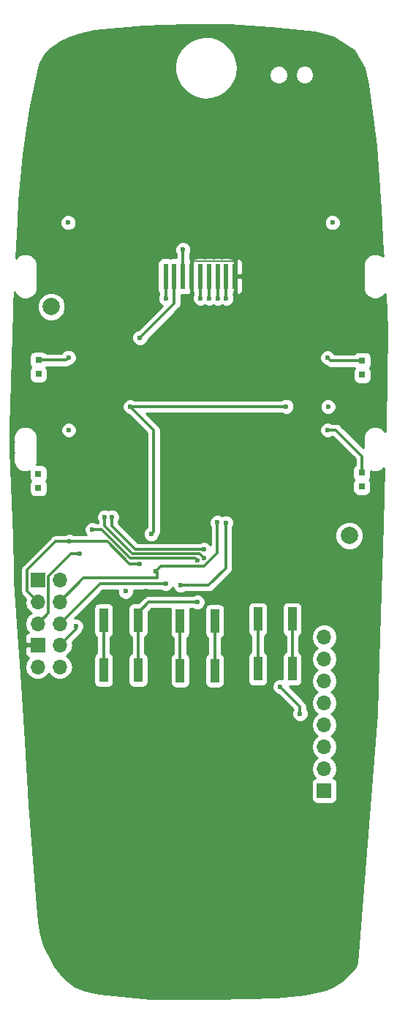
<source format=gbr>
G04 #@! TF.GenerationSoftware,KiCad,Pcbnew,5.0.1+dfsg1-3*
G04 #@! TF.CreationDate,2018-12-15T17:15:27+11:00*
G04 #@! TF.ProjectId,BSidesCBR2019,425369646573434252323031392E6B69,rev?*
G04 #@! TF.SameCoordinates,Original*
G04 #@! TF.FileFunction,Copper,L1,Top,Signal*
G04 #@! TF.FilePolarity,Positive*
%FSLAX46Y46*%
G04 Gerber Fmt 4.6, Leading zero omitted, Abs format (unit mm)*
G04 Created by KiCad (PCBNEW 5.0.1+dfsg1-3) date Sat 15 Dec 2018 17:15:27 AEDT*
%MOMM*%
%LPD*%
G01*
G04 APERTURE LIST*
G04 #@! TA.AperFunction,SMDPad,CuDef*
%ADD10R,0.800000X0.800000*%
G04 #@! TD*
G04 #@! TA.AperFunction,ComponentPad*
%ADD11R,1.700000X1.700000*%
G04 #@! TD*
G04 #@! TA.AperFunction,ComponentPad*
%ADD12O,1.700000X1.700000*%
G04 #@! TD*
G04 #@! TA.AperFunction,ViaPad*
%ADD13C,2.000000*%
G04 #@! TD*
G04 #@! TA.AperFunction,SMDPad,CuDef*
%ADD14R,0.600000X3.000000*%
G04 #@! TD*
G04 #@! TA.AperFunction,SMDPad,CuDef*
%ADD15R,1.000000X2.750000*%
G04 #@! TD*
G04 #@! TA.AperFunction,ViaPad*
%ADD16C,0.600000*%
G04 #@! TD*
G04 #@! TA.AperFunction,Conductor*
%ADD17C,0.300000*%
G04 #@! TD*
G04 #@! TA.AperFunction,Conductor*
%ADD18C,0.200000*%
G04 #@! TD*
G04 #@! TA.AperFunction,Conductor*
%ADD19C,0.254000*%
G04 #@! TD*
G04 APERTURE END LIST*
D10*
G04 #@! TO.P,D2,2*
G04 #@! TO.N,Net-(D2-Pad2)*
X78030000Y-83570000D03*
G04 #@! TO.P,D2,1*
G04 #@! TO.N,GND*
X78030000Y-85170000D03*
G04 #@! TD*
G04 #@! TO.P,D3,2*
G04 #@! TO.N,Net-(D3-Pad2)*
X77980000Y-96540000D03*
G04 #@! TO.P,D3,1*
G04 #@! TO.N,GND*
X77980000Y-98140000D03*
G04 #@! TD*
G04 #@! TO.P,D4,2*
G04 #@! TO.N,Net-(D4-Pad2)*
X40530000Y-96660000D03*
G04 #@! TO.P,D4,1*
G04 #@! TO.N,GND*
X40530000Y-98260000D03*
G04 #@! TD*
G04 #@! TO.P,D1,2*
G04 #@! TO.N,Net-(D1-Pad2)*
X40540000Y-83500000D03*
G04 #@! TO.P,D1,1*
G04 #@! TO.N,GND*
X40540000Y-85100000D03*
G04 #@! TD*
D11*
G04 #@! TO.P,J2,1*
G04 #@! TO.N,TXD*
X40460000Y-108920000D03*
D12*
G04 #@! TO.P,J2,2*
G04 #@! TO.N,RXD*
X43000000Y-108920000D03*
G04 #@! TO.P,J2,3*
G04 #@! TO.N,SCK*
X40460000Y-111460000D03*
G04 #@! TO.P,J2,4*
G04 #@! TO.N,MOSI*
X43000000Y-111460000D03*
G04 #@! TO.P,J2,5*
G04 #@! TO.N,RESET*
X40460000Y-114000000D03*
G04 #@! TO.P,J2,6*
G04 #@! TO.N,MISO*
X43000000Y-114000000D03*
G04 #@! TD*
D11*
G04 #@! TO.P,J1,1*
G04 #@! TO.N,+3.3v*
X40460000Y-116460000D03*
D12*
G04 #@! TO.P,J1,2*
G04 #@! TO.N,SDA*
X43000000Y-116460000D03*
G04 #@! TO.P,J1,3*
G04 #@! TO.N,GND*
X40460000Y-119000000D03*
G04 #@! TO.P,J1,4*
G04 #@! TO.N,SCL*
X43000000Y-119000000D03*
G04 #@! TD*
D13*
G04 #@! TO.N,*
G04 #@! TO.C,U2*
X76530000Y-103800000D03*
D14*
G04 #@! TD*
G04 #@! TO.P,U2,9*
G04 #@! TO.N,+3.3v*
X63280000Y-73800000D03*
G04 #@! TO.P,U2,8*
G04 #@! TO.N,SCK*
X62280000Y-73800000D03*
G04 #@! TO.P,U2,7*
G04 #@! TO.N,MOSI*
X61280000Y-73800000D03*
G04 #@! TO.P,U2,6*
G04 #@! TO.N,LCDDC*
X60280000Y-73800000D03*
G04 #@! TO.P,U2,1*
G04 #@! TO.N,LCDRST*
X55280000Y-73800000D03*
G04 #@! TO.P,U2,2*
G04 #@! TO.N,/VOUT*
X56280000Y-73800000D03*
G04 #@! TO.P,U2,5*
G04 #@! TO.N,LCDCE*
X59280000Y-73800000D03*
G04 #@! TO.P,U2,4*
G04 #@! TO.N,+3.3v*
X58280000Y-73800000D03*
G04 #@! TO.P,U2,3*
G04 #@! TO.N,GND*
X57280000Y-73800000D03*
D13*
G04 #@! TD*
G04 #@! TO.N,*
G04 #@! TO.C,U2*
X42030000Y-77300000D03*
D11*
G04 #@! TO.P,J3,1*
G04 #@! TO.N,D9*
X73634600Y-133324600D03*
D12*
G04 #@! TO.P,J3,2*
G04 #@! TO.N,D10*
X73634600Y-130784600D03*
G04 #@! TO.P,J3,3*
G04 #@! TO.N,AD0*
X73634600Y-128244600D03*
G04 #@! TO.P,J3,4*
G04 #@! TO.N,AD1*
X73634600Y-125704600D03*
G04 #@! TO.P,J3,5*
G04 #@! TO.N,AD3*
X73634600Y-123164600D03*
G04 #@! TO.P,J3,6*
G04 #@! TO.N,AD2*
X73634600Y-120624600D03*
G04 #@! TO.P,J3,7*
G04 #@! TO.N,A7*
X73634600Y-118084600D03*
G04 #@! TO.P,J3,8*
G04 #@! TO.N,A6*
X73634600Y-115544600D03*
G04 #@! TD*
D15*
G04 #@! TO.P,SW3,1*
G04 #@! TO.N,GND*
X48088800Y-119359400D03*
X48088800Y-113609400D03*
G04 #@! TO.P,SW3,2*
G04 #@! TO.N,BUTTONL*
X52088800Y-113609400D03*
X52088800Y-119359400D03*
G04 #@! TD*
G04 #@! TO.P,SW4,1*
G04 #@! TO.N,GND*
X56946800Y-119430800D03*
X56946800Y-113680800D03*
G04 #@! TO.P,SW4,2*
G04 #@! TO.N,BUTTONOK*
X60946800Y-113680800D03*
X60946800Y-119430800D03*
G04 #@! TD*
G04 #@! TO.P,SW5,1*
G04 #@! TO.N,GND*
X65938400Y-119227600D03*
X65938400Y-113477600D03*
G04 #@! TO.P,SW5,2*
G04 #@! TO.N,BUTTONR*
X69938400Y-113477600D03*
X69938400Y-119227600D03*
G04 #@! TD*
D16*
G04 #@! TO.N,GND*
X50630000Y-110260010D03*
X57280000Y-70720000D03*
X40540000Y-85100000D03*
X40530000Y-98260000D03*
X78120000Y-98220000D03*
X78030000Y-85170000D03*
X65938400Y-113477600D03*
X56946800Y-113680800D03*
X48088800Y-119359400D03*
G04 #@! TO.N,Net-(D1-Pad2)*
X44020000Y-83190000D03*
G04 #@! TO.N,Net-(D2-Pad2)*
X74030000Y-83220000D03*
G04 #@! TO.N,+3.3v*
X70600000Y-52230000D03*
X53030000Y-110260010D03*
X42760000Y-100420000D03*
X52230000Y-101650000D03*
X50630000Y-101650000D03*
G04 #@! TO.N,SCK*
X57020000Y-109560000D03*
X62260000Y-102310000D03*
X62280000Y-76320000D03*
X44136096Y-104500012D03*
X52275632Y-107060032D03*
G04 #@! TO.N,MISO*
X55280000Y-109354021D03*
G04 #@! TO.N,MOSI*
X61270373Y-102300373D03*
X61280000Y-76330000D03*
X54102000Y-107950000D03*
G04 #@! TO.N,LCDRST*
X55270000Y-76350000D03*
G04 #@! TO.N,LCDBL+*
X69230000Y-88850000D03*
X51160000Y-88880000D03*
X74070000Y-88880000D03*
X53594000Y-103632000D03*
G04 #@! TO.N,LCDCE*
X59290000Y-76330000D03*
G04 #@! TO.N,LCDDC*
X60290000Y-76320000D03*
G04 #@! TO.N,RESET*
X45300000Y-105880000D03*
G04 #@! TO.N,SDA*
X44879990Y-114300000D03*
G04 #@! TO.N,Net-(D3-Pad2)*
X74020000Y-91590000D03*
G04 #@! TO.N,Net-(D4-Pad2)*
X40530000Y-96660000D03*
X44040000Y-91580000D03*
G04 #@! TO.N,/VOUT*
X52300000Y-80890000D03*
G04 #@! TO.N,AD0*
X68503800Y-121285000D03*
X70840600Y-124409200D03*
G04 #@! TO.N,BAT+*
X43980000Y-67580000D03*
X74580000Y-67580000D03*
G04 #@! TO.N,BUTTONL*
X46780000Y-103100000D03*
X58928000Y-106680000D03*
X58928000Y-111506000D03*
G04 #@! TO.N,BUTTONOK*
X48230000Y-101650000D03*
X59690000Y-106426000D03*
X60946800Y-113680800D03*
G04 #@! TO.N,BUTTONR*
X49030000Y-101650000D03*
X59690000Y-105410000D03*
X69850000Y-113284000D03*
G04 #@! TD*
D17*
G04 #@! TO.N,GND*
X57280000Y-70720000D02*
X57280000Y-73800000D01*
X48088800Y-117684400D02*
X48088800Y-113609400D01*
X48088800Y-119359400D02*
X48088800Y-117684400D01*
X56946800Y-117755800D02*
X56946800Y-113680800D01*
X56946800Y-119430800D02*
X56946800Y-117755800D01*
X65938400Y-119227600D02*
X65938400Y-113477600D01*
G04 #@! TO.N,Net-(D1-Pad2)*
X40540000Y-83500000D02*
X43710000Y-83500000D01*
X43710000Y-83500000D02*
X44020000Y-83190000D01*
G04 #@! TO.N,Net-(D2-Pad2)*
X74030000Y-83320000D02*
X74030000Y-83220000D01*
X74380000Y-83570000D02*
X74030000Y-83220000D01*
X78030000Y-83570000D02*
X74380000Y-83570000D01*
D18*
G04 #@! TO.N,+3.3v*
X58280000Y-73800000D02*
X58280000Y-72100000D01*
X58280000Y-72100000D02*
X58380001Y-71999999D01*
X63280000Y-72100000D02*
X63280000Y-73800000D01*
X58380001Y-71999999D02*
X63179999Y-71999999D01*
X63179999Y-71999999D02*
X63280000Y-72100000D01*
D17*
X40460000Y-116460000D02*
X39310000Y-116460000D01*
X39310000Y-116460000D02*
X38500000Y-115650000D01*
X50630000Y-101650000D02*
X52230000Y-101650000D01*
G04 #@! TO.N,SCK*
X44136096Y-104500012D02*
X42549986Y-104500012D01*
X42549986Y-104500012D02*
X39259999Y-107789999D01*
X39259999Y-107789999D02*
X39259999Y-110259999D01*
X39259999Y-110259999D02*
X40460000Y-111460000D01*
X62280000Y-73800000D02*
X62280000Y-76320000D01*
X62260000Y-102310000D02*
X62260000Y-107556244D01*
X62260000Y-107556244D02*
X60256244Y-109560000D01*
X57444264Y-109560000D02*
X57020000Y-109560000D01*
X60256244Y-109560000D02*
X57444264Y-109560000D01*
X51851368Y-107060032D02*
X52275632Y-107060032D01*
X44136096Y-104500012D02*
X48522890Y-104500012D01*
X48522890Y-104500012D02*
X51082910Y-107060032D01*
X51082910Y-107060032D02*
X51851368Y-107060032D01*
G04 #@! TO.N,MISO*
X43000000Y-114000000D02*
X47645979Y-109354021D01*
X54855736Y-109354021D02*
X55280000Y-109354021D01*
X47645979Y-109354021D02*
X54855736Y-109354021D01*
G04 #@! TO.N,MOSI*
X61280000Y-73800000D02*
X61280000Y-76330000D01*
X45755989Y-108704011D02*
X54300243Y-108704011D01*
X43000000Y-111460000D02*
X45755989Y-108704011D01*
X54300243Y-108704011D02*
X54300243Y-108005757D01*
X54300243Y-108005757D02*
X54157757Y-108005757D01*
X54157757Y-108005757D02*
X54102000Y-107950000D01*
X54721998Y-107330002D02*
X54102000Y-107950000D01*
X59748002Y-107330002D02*
X54721998Y-107330002D01*
X61270373Y-102300373D02*
X61270373Y-105807631D01*
X61270373Y-105807631D02*
X59748002Y-107330002D01*
G04 #@! TO.N,LCDRST*
X55280000Y-73800000D02*
X55280000Y-76340000D01*
X55280000Y-76340000D02*
X55270000Y-76350000D01*
G04 #@! TO.N,LCDBL+*
X51160000Y-88880000D02*
X69200000Y-88880000D01*
X69200000Y-88880000D02*
X69230000Y-88850000D01*
X53893999Y-91613999D02*
X53848000Y-91568000D01*
X53893999Y-103332001D02*
X53893999Y-91613999D01*
X51160000Y-88880000D02*
X53848000Y-91568000D01*
X53594000Y-103632000D02*
X53893999Y-103332001D01*
G04 #@! TO.N,LCDCE*
X59280000Y-73800000D02*
X59280000Y-76320000D01*
X59280000Y-76320000D02*
X59290000Y-76330000D01*
G04 #@! TO.N,LCDDC*
X60290000Y-76320000D02*
X60290000Y-73810000D01*
X60290000Y-73810000D02*
X60280000Y-73800000D01*
G04 #@! TO.N,RESET*
X40460000Y-114000000D02*
X41660001Y-112799999D01*
X44263998Y-105880000D02*
X45300000Y-105880000D01*
X41660001Y-112799999D02*
X41660001Y-108483997D01*
X41660001Y-108483997D02*
X44263998Y-105880000D01*
G04 #@! TO.N,SDA*
X44879990Y-114300000D02*
X44879990Y-114580010D01*
X44879990Y-114580010D02*
X43000000Y-116460000D01*
G04 #@! TO.N,Net-(D3-Pad2)*
X77980000Y-96540000D02*
X77980000Y-94600000D01*
X77980000Y-94600000D02*
X74970000Y-91590000D01*
X74970000Y-91590000D02*
X74020000Y-91590000D01*
G04 #@! TO.N,/VOUT*
X52300000Y-80890000D02*
X56280000Y-76910000D01*
X56280000Y-76910000D02*
X56280000Y-73800000D01*
G04 #@! TO.N,AD0*
X70840600Y-124409200D02*
X70840600Y-123621800D01*
X70840600Y-123621800D02*
X68503800Y-121285000D01*
G04 #@! TO.N,BUTTONL*
X52088800Y-117684400D02*
X52088800Y-114109410D01*
X52088800Y-119359400D02*
X52088800Y-117684400D01*
X46780000Y-103100000D02*
X47830000Y-103100000D01*
X51140021Y-106410021D02*
X58580223Y-106410021D01*
X47830000Y-103100000D02*
X51140021Y-106410021D01*
X58658021Y-106410021D02*
X58928000Y-106680000D01*
X58580223Y-106410021D02*
X58658021Y-106410021D01*
X52088800Y-112734400D02*
X52088800Y-113609400D01*
X53317200Y-111506000D02*
X52088800Y-112734400D01*
X58928000Y-111506000D02*
X53317200Y-111506000D01*
G04 #@! TO.N,BUTTONOK*
X60946800Y-119430800D02*
X60946800Y-114180810D01*
X51440011Y-105910011D02*
X48230000Y-102700000D01*
X48230000Y-102700000D02*
X48230000Y-101650000D01*
X58928000Y-105918000D02*
X58920011Y-105910011D01*
X58920011Y-105910011D02*
X51440011Y-105910011D01*
X59182000Y-105918000D02*
X59690000Y-106426000D01*
X58928000Y-105918000D02*
X59182000Y-105918000D01*
G04 #@! TO.N,BUTTONR*
X69938400Y-117552600D02*
X69938400Y-113977610D01*
X69938400Y-119227600D02*
X69938400Y-117552600D01*
X49030000Y-102700000D02*
X51740000Y-105410000D01*
X49030000Y-101650000D02*
X49030000Y-102700000D01*
X51740000Y-105410000D02*
X58166000Y-105410000D01*
X58166000Y-105410000D02*
X59690000Y-105410000D01*
G04 #@! TD*
D19*
G04 #@! TO.N,+3.3v*
G36*
X67444325Y-45007921D02*
X72561285Y-45499936D01*
X74702775Y-46151695D01*
X77025573Y-47609137D01*
X78229744Y-49660689D01*
X78650465Y-51624051D01*
X79643017Y-58671182D01*
X80091290Y-66042768D01*
X80387140Y-70973613D01*
X80387021Y-70974499D01*
X80391333Y-71043497D01*
X80395463Y-71112324D01*
X80395689Y-71113186D01*
X80418610Y-71479923D01*
X80314540Y-71375853D01*
X79805494Y-71165000D01*
X79254506Y-71165000D01*
X78745460Y-71375853D01*
X78355853Y-71765460D01*
X78145000Y-72274506D01*
X78145000Y-73325494D01*
X78186217Y-73425000D01*
X78145000Y-73524506D01*
X78145000Y-74575494D01*
X78186217Y-74675000D01*
X78145000Y-74774506D01*
X78145000Y-75325494D01*
X78355853Y-75834540D01*
X78745460Y-76224147D01*
X79254506Y-76435000D01*
X79805494Y-76435000D01*
X80314540Y-76224147D01*
X80674019Y-75864668D01*
X80839807Y-80009349D01*
X80690121Y-90986305D01*
X80671460Y-91732773D01*
X80314540Y-91375853D01*
X79805494Y-91165000D01*
X79254506Y-91165000D01*
X78745460Y-91375853D01*
X78355853Y-91765460D01*
X78145000Y-92274506D01*
X78145000Y-93325494D01*
X78186217Y-93425000D01*
X78145000Y-93524506D01*
X78145000Y-93654842D01*
X75579749Y-91089592D01*
X75535953Y-91024047D01*
X75276292Y-90850546D01*
X75047316Y-90805000D01*
X75047312Y-90805000D01*
X74970000Y-90789622D01*
X74892688Y-90805000D01*
X74557290Y-90805000D01*
X74549635Y-90797345D01*
X74205983Y-90655000D01*
X73834017Y-90655000D01*
X73490365Y-90797345D01*
X73227345Y-91060365D01*
X73085000Y-91404017D01*
X73085000Y-91775983D01*
X73227345Y-92119635D01*
X73490365Y-92382655D01*
X73834017Y-92525000D01*
X74205983Y-92525000D01*
X74549635Y-92382655D01*
X74557290Y-92375000D01*
X74644843Y-92375000D01*
X77195001Y-94925159D01*
X77195000Y-95633541D01*
X77122191Y-95682191D01*
X76981843Y-95892235D01*
X76932560Y-96140000D01*
X76932560Y-96940000D01*
X76981843Y-97187765D01*
X77083564Y-97340000D01*
X76981843Y-97492235D01*
X76932560Y-97740000D01*
X76932560Y-98540000D01*
X76981843Y-98787765D01*
X77122191Y-98997809D01*
X77332235Y-99138157D01*
X77580000Y-99187440D01*
X78380000Y-99187440D01*
X78627765Y-99138157D01*
X78837809Y-98997809D01*
X78978157Y-98787765D01*
X79027440Y-98540000D01*
X79027440Y-98472519D01*
X79055000Y-98405983D01*
X79055000Y-98034017D01*
X79027440Y-97967481D01*
X79027440Y-97740000D01*
X78978157Y-97492235D01*
X78876436Y-97340000D01*
X78978157Y-97187765D01*
X79027440Y-96940000D01*
X79027440Y-96340947D01*
X79254506Y-96435000D01*
X79805494Y-96435000D01*
X80314540Y-96224147D01*
X80556410Y-95982277D01*
X80342702Y-102308040D01*
X80342279Y-102309889D01*
X80340343Y-102377854D01*
X80338044Y-102445913D01*
X80338352Y-102447788D01*
X79890324Y-118178564D01*
X79690895Y-124460539D01*
X77399706Y-153249843D01*
X77235062Y-153710848D01*
X75600618Y-155345292D01*
X74714228Y-155921446D01*
X73781956Y-156320991D01*
X71387007Y-156847880D01*
X68053517Y-157191033D01*
X61042288Y-157389934D01*
X53534553Y-157340214D01*
X47564014Y-156797438D01*
X45966561Y-156421568D01*
X44746704Y-155924588D01*
X43954003Y-155352083D01*
X43084138Y-154528001D01*
X42452844Y-153671246D01*
X41164837Y-151238347D01*
X40845564Y-150052477D01*
X40604237Y-148507987D01*
X40407143Y-146635598D01*
X39508354Y-134951348D01*
X39062327Y-127577029D01*
X39063134Y-127570722D01*
X38613080Y-121069937D01*
X38613177Y-121069162D01*
X38608265Y-121000398D01*
X38603475Y-120931205D01*
X38603269Y-120930446D01*
X38108484Y-114003464D01*
X37809361Y-109018084D01*
X37772519Y-107789999D01*
X38459621Y-107789999D01*
X38474999Y-107867311D01*
X38475000Y-110182682D01*
X38459621Y-110259999D01*
X38520545Y-110566290D01*
X38650250Y-110760407D01*
X38650253Y-110760410D01*
X38694047Y-110825952D01*
X38759589Y-110869746D01*
X39012925Y-111123082D01*
X38945908Y-111460000D01*
X39061161Y-112039418D01*
X39389375Y-112530625D01*
X39687761Y-112730000D01*
X39389375Y-112929375D01*
X39061161Y-113420582D01*
X38945908Y-114000000D01*
X39061161Y-114579418D01*
X39359776Y-115026327D01*
X39250302Y-115071673D01*
X39071673Y-115250301D01*
X38975000Y-115483690D01*
X38975000Y-116174250D01*
X39133750Y-116333000D01*
X40333000Y-116333000D01*
X40333000Y-116313000D01*
X40587000Y-116313000D01*
X40587000Y-116333000D01*
X40607000Y-116333000D01*
X40607000Y-116587000D01*
X40587000Y-116587000D01*
X40587000Y-116607000D01*
X40333000Y-116607000D01*
X40333000Y-116587000D01*
X39133750Y-116587000D01*
X38975000Y-116745750D01*
X38975000Y-117436310D01*
X39071673Y-117669699D01*
X39250302Y-117848327D01*
X39411033Y-117914904D01*
X39389375Y-117929375D01*
X39061161Y-118420582D01*
X38945908Y-119000000D01*
X39061161Y-119579418D01*
X39389375Y-120070625D01*
X39880582Y-120398839D01*
X40313744Y-120485000D01*
X40606256Y-120485000D01*
X41039418Y-120398839D01*
X41530625Y-120070625D01*
X41730000Y-119772239D01*
X41929375Y-120070625D01*
X42420582Y-120398839D01*
X42853744Y-120485000D01*
X43146256Y-120485000D01*
X43579418Y-120398839D01*
X44070625Y-120070625D01*
X44398839Y-119579418D01*
X44514092Y-119000000D01*
X44398839Y-118420582D01*
X44070625Y-117929375D01*
X43772239Y-117730000D01*
X44070625Y-117530625D01*
X44398839Y-117039418D01*
X44514092Y-116460000D01*
X44447075Y-116123082D01*
X45380401Y-115189757D01*
X45445943Y-115145963D01*
X45489737Y-115080421D01*
X45489739Y-115080419D01*
X45619443Y-114886303D01*
X45619444Y-114886302D01*
X45620305Y-114881975D01*
X45672645Y-114829635D01*
X45814990Y-114485983D01*
X45814990Y-114114017D01*
X45672645Y-113770365D01*
X45409625Y-113507345D01*
X45065973Y-113365000D01*
X44745157Y-113365000D01*
X45875757Y-112234400D01*
X46941360Y-112234400D01*
X46941360Y-114984400D01*
X46990643Y-115232165D01*
X47130991Y-115442209D01*
X47303801Y-115557678D01*
X47303800Y-117411123D01*
X47130991Y-117526591D01*
X46990643Y-117736635D01*
X46941360Y-117984400D01*
X46941360Y-120734400D01*
X46990643Y-120982165D01*
X47130991Y-121192209D01*
X47341035Y-121332557D01*
X47588800Y-121381840D01*
X48588800Y-121381840D01*
X48836565Y-121332557D01*
X49046609Y-121192209D01*
X49186957Y-120982165D01*
X49236240Y-120734400D01*
X49236240Y-117984400D01*
X49186957Y-117736635D01*
X49046609Y-117526591D01*
X48873800Y-117411123D01*
X48873800Y-115557677D01*
X49046609Y-115442209D01*
X49186957Y-115232165D01*
X49236240Y-114984400D01*
X49236240Y-112234400D01*
X50941360Y-112234400D01*
X50941360Y-114984400D01*
X50990643Y-115232165D01*
X51130991Y-115442209D01*
X51303801Y-115557678D01*
X51303800Y-117411123D01*
X51130991Y-117526591D01*
X50990643Y-117736635D01*
X50941360Y-117984400D01*
X50941360Y-120734400D01*
X50990643Y-120982165D01*
X51130991Y-121192209D01*
X51341035Y-121332557D01*
X51588800Y-121381840D01*
X52588800Y-121381840D01*
X52836565Y-121332557D01*
X53046609Y-121192209D01*
X53186957Y-120982165D01*
X53236240Y-120734400D01*
X53236240Y-117984400D01*
X53186957Y-117736635D01*
X53046609Y-117526591D01*
X52873800Y-117411123D01*
X52873800Y-115557677D01*
X53046609Y-115442209D01*
X53186957Y-115232165D01*
X53236240Y-114984400D01*
X53236240Y-112697117D01*
X53642358Y-112291000D01*
X55802304Y-112291000D01*
X55799360Y-112305800D01*
X55799360Y-115055800D01*
X55848643Y-115303565D01*
X55988991Y-115513609D01*
X56161801Y-115629078D01*
X56161800Y-117482523D01*
X55988991Y-117597991D01*
X55848643Y-117808035D01*
X55799360Y-118055800D01*
X55799360Y-120805800D01*
X55848643Y-121053565D01*
X55988991Y-121263609D01*
X56199035Y-121403957D01*
X56446800Y-121453240D01*
X57446800Y-121453240D01*
X57694565Y-121403957D01*
X57904609Y-121263609D01*
X58044957Y-121053565D01*
X58094240Y-120805800D01*
X58094240Y-118055800D01*
X58044957Y-117808035D01*
X57904609Y-117597991D01*
X57731800Y-117482523D01*
X57731800Y-115629077D01*
X57904609Y-115513609D01*
X58044957Y-115303565D01*
X58094240Y-115055800D01*
X58094240Y-112305800D01*
X58091296Y-112291000D01*
X58390710Y-112291000D01*
X58398365Y-112298655D01*
X58742017Y-112441000D01*
X59113983Y-112441000D01*
X59440385Y-112305800D01*
X59799360Y-112305800D01*
X59799360Y-115055800D01*
X59848643Y-115303565D01*
X59988991Y-115513609D01*
X60161801Y-115629078D01*
X60161800Y-117482523D01*
X59988991Y-117597991D01*
X59848643Y-117808035D01*
X59799360Y-118055800D01*
X59799360Y-120805800D01*
X59848643Y-121053565D01*
X59988991Y-121263609D01*
X60199035Y-121403957D01*
X60446800Y-121453240D01*
X61446800Y-121453240D01*
X61694565Y-121403957D01*
X61904609Y-121263609D01*
X62044957Y-121053565D01*
X62094240Y-120805800D01*
X62094240Y-118055800D01*
X62044957Y-117808035D01*
X61904609Y-117597991D01*
X61731800Y-117482523D01*
X61731800Y-115629077D01*
X61904609Y-115513609D01*
X62044957Y-115303565D01*
X62094240Y-115055800D01*
X62094240Y-112305800D01*
X62053822Y-112102600D01*
X64790960Y-112102600D01*
X64790960Y-114852600D01*
X64840243Y-115100365D01*
X64980591Y-115310409D01*
X65153401Y-115425878D01*
X65153400Y-117279323D01*
X64980591Y-117394791D01*
X64840243Y-117604835D01*
X64790960Y-117852600D01*
X64790960Y-120602600D01*
X64840243Y-120850365D01*
X64980591Y-121060409D01*
X65190635Y-121200757D01*
X65438400Y-121250040D01*
X66438400Y-121250040D01*
X66686165Y-121200757D01*
X66838428Y-121099017D01*
X67568800Y-121099017D01*
X67568800Y-121470983D01*
X67711145Y-121814635D01*
X67974165Y-122077655D01*
X68317817Y-122220000D01*
X68328643Y-122220000D01*
X70030448Y-123921806D01*
X69905600Y-124223217D01*
X69905600Y-124595183D01*
X70047945Y-124938835D01*
X70310965Y-125201855D01*
X70654617Y-125344200D01*
X71026583Y-125344200D01*
X71370235Y-125201855D01*
X71633255Y-124938835D01*
X71775600Y-124595183D01*
X71775600Y-124223217D01*
X71633255Y-123879565D01*
X71625600Y-123871910D01*
X71625600Y-123699110D01*
X71640978Y-123621799D01*
X71625600Y-123544488D01*
X71625600Y-123544484D01*
X71580054Y-123315508D01*
X71479220Y-123164600D01*
X71450349Y-123121391D01*
X71450347Y-123121389D01*
X71406553Y-123055847D01*
X71341011Y-123012053D01*
X69578997Y-121250040D01*
X70438400Y-121250040D01*
X70686165Y-121200757D01*
X70896209Y-121060409D01*
X71036557Y-120850365D01*
X71085840Y-120602600D01*
X71085840Y-117852600D01*
X71036557Y-117604835D01*
X70896209Y-117394791D01*
X70723400Y-117279323D01*
X70723400Y-115544600D01*
X72120508Y-115544600D01*
X72235761Y-116124018D01*
X72563975Y-116615225D01*
X72862361Y-116814600D01*
X72563975Y-117013975D01*
X72235761Y-117505182D01*
X72120508Y-118084600D01*
X72235761Y-118664018D01*
X72563975Y-119155225D01*
X72862361Y-119354600D01*
X72563975Y-119553975D01*
X72235761Y-120045182D01*
X72120508Y-120624600D01*
X72235761Y-121204018D01*
X72563975Y-121695225D01*
X72862361Y-121894600D01*
X72563975Y-122093975D01*
X72235761Y-122585182D01*
X72120508Y-123164600D01*
X72235761Y-123744018D01*
X72563975Y-124235225D01*
X72862361Y-124434600D01*
X72563975Y-124633975D01*
X72235761Y-125125182D01*
X72120508Y-125704600D01*
X72235761Y-126284018D01*
X72563975Y-126775225D01*
X72862361Y-126974600D01*
X72563975Y-127173975D01*
X72235761Y-127665182D01*
X72120508Y-128244600D01*
X72235761Y-128824018D01*
X72563975Y-129315225D01*
X72862361Y-129514600D01*
X72563975Y-129713975D01*
X72235761Y-130205182D01*
X72120508Y-130784600D01*
X72235761Y-131364018D01*
X72563975Y-131855225D01*
X72582219Y-131867416D01*
X72536835Y-131876443D01*
X72326791Y-132016791D01*
X72186443Y-132226835D01*
X72137160Y-132474600D01*
X72137160Y-134174600D01*
X72186443Y-134422365D01*
X72326791Y-134632409D01*
X72536835Y-134772757D01*
X72784600Y-134822040D01*
X74484600Y-134822040D01*
X74732365Y-134772757D01*
X74942409Y-134632409D01*
X75082757Y-134422365D01*
X75132040Y-134174600D01*
X75132040Y-132474600D01*
X75082757Y-132226835D01*
X74942409Y-132016791D01*
X74732365Y-131876443D01*
X74686981Y-131867416D01*
X74705225Y-131855225D01*
X75033439Y-131364018D01*
X75148692Y-130784600D01*
X75033439Y-130205182D01*
X74705225Y-129713975D01*
X74406839Y-129514600D01*
X74705225Y-129315225D01*
X75033439Y-128824018D01*
X75148692Y-128244600D01*
X75033439Y-127665182D01*
X74705225Y-127173975D01*
X74406839Y-126974600D01*
X74705225Y-126775225D01*
X75033439Y-126284018D01*
X75148692Y-125704600D01*
X75033439Y-125125182D01*
X74705225Y-124633975D01*
X74406839Y-124434600D01*
X74705225Y-124235225D01*
X75033439Y-123744018D01*
X75148692Y-123164600D01*
X75033439Y-122585182D01*
X74705225Y-122093975D01*
X74406839Y-121894600D01*
X74705225Y-121695225D01*
X75033439Y-121204018D01*
X75148692Y-120624600D01*
X75033439Y-120045182D01*
X74705225Y-119553975D01*
X74406839Y-119354600D01*
X74705225Y-119155225D01*
X75033439Y-118664018D01*
X75148692Y-118084600D01*
X75033439Y-117505182D01*
X74705225Y-117013975D01*
X74406839Y-116814600D01*
X74705225Y-116615225D01*
X75033439Y-116124018D01*
X75148692Y-115544600D01*
X75033439Y-114965182D01*
X74705225Y-114473975D01*
X74214018Y-114145761D01*
X73780856Y-114059600D01*
X73488344Y-114059600D01*
X73055182Y-114145761D01*
X72563975Y-114473975D01*
X72235761Y-114965182D01*
X72120508Y-115544600D01*
X70723400Y-115544600D01*
X70723400Y-115425877D01*
X70896209Y-115310409D01*
X71036557Y-115100365D01*
X71085840Y-114852600D01*
X71085840Y-112102600D01*
X71036557Y-111854835D01*
X70896209Y-111644791D01*
X70686165Y-111504443D01*
X70438400Y-111455160D01*
X69438400Y-111455160D01*
X69190635Y-111504443D01*
X68980591Y-111644791D01*
X68840243Y-111854835D01*
X68790960Y-112102600D01*
X68790960Y-114852600D01*
X68840243Y-115100365D01*
X68980591Y-115310409D01*
X69153401Y-115425878D01*
X69153400Y-117279323D01*
X68980591Y-117394791D01*
X68840243Y-117604835D01*
X68790960Y-117852600D01*
X68790960Y-120391909D01*
X68689783Y-120350000D01*
X68317817Y-120350000D01*
X67974165Y-120492345D01*
X67711145Y-120755365D01*
X67568800Y-121099017D01*
X66838428Y-121099017D01*
X66896209Y-121060409D01*
X67036557Y-120850365D01*
X67085840Y-120602600D01*
X67085840Y-117852600D01*
X67036557Y-117604835D01*
X66896209Y-117394791D01*
X66723400Y-117279323D01*
X66723400Y-115425877D01*
X66896209Y-115310409D01*
X67036557Y-115100365D01*
X67085840Y-114852600D01*
X67085840Y-112102600D01*
X67036557Y-111854835D01*
X66896209Y-111644791D01*
X66686165Y-111504443D01*
X66438400Y-111455160D01*
X65438400Y-111455160D01*
X65190635Y-111504443D01*
X64980591Y-111644791D01*
X64840243Y-111854835D01*
X64790960Y-112102600D01*
X62053822Y-112102600D01*
X62044957Y-112058035D01*
X61904609Y-111847991D01*
X61694565Y-111707643D01*
X61446800Y-111658360D01*
X60446800Y-111658360D01*
X60199035Y-111707643D01*
X59988991Y-111847991D01*
X59848643Y-112058035D01*
X59799360Y-112305800D01*
X59440385Y-112305800D01*
X59457635Y-112298655D01*
X59720655Y-112035635D01*
X59863000Y-111691983D01*
X59863000Y-111320017D01*
X59720655Y-110976365D01*
X59457635Y-110713345D01*
X59113983Y-110571000D01*
X58742017Y-110571000D01*
X58398365Y-110713345D01*
X58390710Y-110721000D01*
X53394512Y-110721000D01*
X53317200Y-110705622D01*
X53239888Y-110721000D01*
X53239884Y-110721000D01*
X53041771Y-110760407D01*
X53010908Y-110766546D01*
X52816791Y-110896251D01*
X52816789Y-110896253D01*
X52751247Y-110940047D01*
X52707453Y-111005589D01*
X52126083Y-111586960D01*
X51588800Y-111586960D01*
X51341035Y-111636243D01*
X51130991Y-111776591D01*
X50990643Y-111986635D01*
X50941360Y-112234400D01*
X49236240Y-112234400D01*
X49186957Y-111986635D01*
X49046609Y-111776591D01*
X48836565Y-111636243D01*
X48588800Y-111586960D01*
X47588800Y-111586960D01*
X47341035Y-111636243D01*
X47130991Y-111776591D01*
X46990643Y-111986635D01*
X46941360Y-112234400D01*
X45875757Y-112234400D01*
X47971136Y-110139021D01*
X49695000Y-110139021D01*
X49695000Y-110445993D01*
X49837345Y-110789645D01*
X50100365Y-111052665D01*
X50444017Y-111195010D01*
X50815983Y-111195010D01*
X51159635Y-111052665D01*
X51422655Y-110789645D01*
X51565000Y-110445993D01*
X51565000Y-110139021D01*
X54742710Y-110139021D01*
X54750365Y-110146676D01*
X55094017Y-110289021D01*
X55465983Y-110289021D01*
X55809635Y-110146676D01*
X56072655Y-109883656D01*
X56107340Y-109799918D01*
X56227345Y-110089635D01*
X56490365Y-110352655D01*
X56834017Y-110495000D01*
X57205983Y-110495000D01*
X57549635Y-110352655D01*
X57557290Y-110345000D01*
X60178932Y-110345000D01*
X60256244Y-110360378D01*
X60333556Y-110345000D01*
X60333560Y-110345000D01*
X60562536Y-110299454D01*
X60822197Y-110125953D01*
X60865993Y-110060408D01*
X62760411Y-108165991D01*
X62825953Y-108122197D01*
X62869747Y-108056655D01*
X62869749Y-108056653D01*
X62999454Y-107862536D01*
X63013882Y-107789999D01*
X63045000Y-107633560D01*
X63045000Y-107633556D01*
X63060378Y-107556244D01*
X63045000Y-107478932D01*
X63045000Y-103474778D01*
X74895000Y-103474778D01*
X74895000Y-104125222D01*
X75143914Y-104726153D01*
X75603847Y-105186086D01*
X76204778Y-105435000D01*
X76855222Y-105435000D01*
X77456153Y-105186086D01*
X77916086Y-104726153D01*
X78165000Y-104125222D01*
X78165000Y-103474778D01*
X77916086Y-102873847D01*
X77456153Y-102413914D01*
X76855222Y-102165000D01*
X76204778Y-102165000D01*
X75603847Y-102413914D01*
X75143914Y-102873847D01*
X74895000Y-103474778D01*
X63045000Y-103474778D01*
X63045000Y-102847290D01*
X63052655Y-102839635D01*
X63195000Y-102495983D01*
X63195000Y-102124017D01*
X63052655Y-101780365D01*
X62789635Y-101517345D01*
X62445983Y-101375000D01*
X62074017Y-101375000D01*
X61776807Y-101498108D01*
X61456356Y-101365373D01*
X61084390Y-101365373D01*
X60740738Y-101507718D01*
X60477718Y-101770738D01*
X60335373Y-102114390D01*
X60335373Y-102486356D01*
X60477718Y-102830008D01*
X60485373Y-102837663D01*
X60485374Y-104886929D01*
X60482655Y-104880365D01*
X60219635Y-104617345D01*
X59875983Y-104475000D01*
X59504017Y-104475000D01*
X59160365Y-104617345D01*
X59152710Y-104625000D01*
X52065157Y-104625000D01*
X49815000Y-102374843D01*
X49815000Y-102187290D01*
X49822655Y-102179635D01*
X49965000Y-101835983D01*
X49965000Y-101464017D01*
X49822655Y-101120365D01*
X49559635Y-100857345D01*
X49215983Y-100715000D01*
X48844017Y-100715000D01*
X48630000Y-100803649D01*
X48415983Y-100715000D01*
X48044017Y-100715000D01*
X47700365Y-100857345D01*
X47437345Y-101120365D01*
X47295000Y-101464017D01*
X47295000Y-101835983D01*
X47437345Y-102179635D01*
X47445000Y-102187290D01*
X47445000Y-102315000D01*
X47317290Y-102315000D01*
X47309635Y-102307345D01*
X46965983Y-102165000D01*
X46594017Y-102165000D01*
X46250365Y-102307345D01*
X45987345Y-102570365D01*
X45845000Y-102914017D01*
X45845000Y-103285983D01*
X45987345Y-103629635D01*
X46072722Y-103715012D01*
X44673386Y-103715012D01*
X44665731Y-103707357D01*
X44322079Y-103565012D01*
X43950113Y-103565012D01*
X43606461Y-103707357D01*
X43598806Y-103715012D01*
X42627296Y-103715012D01*
X42549985Y-103699634D01*
X42472674Y-103715012D01*
X42472670Y-103715012D01*
X42243694Y-103760558D01*
X42157752Y-103817983D01*
X42049577Y-103890263D01*
X42049575Y-103890265D01*
X41984033Y-103934059D01*
X41940239Y-103999601D01*
X38759591Y-107180250D01*
X38694046Y-107224046D01*
X38650250Y-107289591D01*
X38561403Y-107422560D01*
X38520545Y-107483708D01*
X38474999Y-107712684D01*
X38474999Y-107712687D01*
X38459621Y-107789999D01*
X37772519Y-107789999D01*
X37661727Y-104096940D01*
X37661995Y-104095295D01*
X37659630Y-104027039D01*
X37657583Y-103958816D01*
X37657209Y-103957193D01*
X37310000Y-93937712D01*
X37310000Y-92274506D01*
X37645000Y-92274506D01*
X37645000Y-92825494D01*
X37686217Y-92925000D01*
X37645000Y-93024506D01*
X37645000Y-94075494D01*
X37686217Y-94175000D01*
X37645000Y-94274506D01*
X37645000Y-95325494D01*
X37855853Y-95834540D01*
X38245460Y-96224147D01*
X38754506Y-96435000D01*
X39305494Y-96435000D01*
X39482560Y-96361657D01*
X39482560Y-97060000D01*
X39531843Y-97307765D01*
X39633564Y-97460000D01*
X39531843Y-97612235D01*
X39482560Y-97860000D01*
X39482560Y-98660000D01*
X39531843Y-98907765D01*
X39672191Y-99117809D01*
X39882235Y-99258157D01*
X40130000Y-99307440D01*
X40930000Y-99307440D01*
X41177765Y-99258157D01*
X41387809Y-99117809D01*
X41528157Y-98907765D01*
X41577440Y-98660000D01*
X41577440Y-97860000D01*
X41528157Y-97612235D01*
X41426436Y-97460000D01*
X41528157Y-97307765D01*
X41577440Y-97060000D01*
X41577440Y-96260000D01*
X41528157Y-96012235D01*
X41387809Y-95802191D01*
X41177765Y-95661843D01*
X40930000Y-95612560D01*
X40296094Y-95612560D01*
X40415000Y-95325494D01*
X40415000Y-94274506D01*
X40373783Y-94175000D01*
X40415000Y-94075494D01*
X40415000Y-93024506D01*
X40373783Y-92925000D01*
X40415000Y-92825494D01*
X40415000Y-92274506D01*
X40204147Y-91765460D01*
X39832704Y-91394017D01*
X43105000Y-91394017D01*
X43105000Y-91765983D01*
X43247345Y-92109635D01*
X43510365Y-92372655D01*
X43854017Y-92515000D01*
X44225983Y-92515000D01*
X44569635Y-92372655D01*
X44832655Y-92109635D01*
X44975000Y-91765983D01*
X44975000Y-91394017D01*
X44832655Y-91050365D01*
X44569635Y-90787345D01*
X44225983Y-90645000D01*
X43854017Y-90645000D01*
X43510365Y-90787345D01*
X43247345Y-91050365D01*
X43105000Y-91394017D01*
X39832704Y-91394017D01*
X39814540Y-91375853D01*
X39305494Y-91165000D01*
X38754506Y-91165000D01*
X38245460Y-91375853D01*
X37855853Y-91765460D01*
X37645000Y-92274506D01*
X37310000Y-92274506D01*
X37310000Y-90959208D01*
X37368945Y-88694017D01*
X50225000Y-88694017D01*
X50225000Y-89065983D01*
X50367345Y-89409635D01*
X50630365Y-89672655D01*
X50974017Y-89815000D01*
X50984843Y-89815000D01*
X53109000Y-91939158D01*
X53108999Y-102820857D01*
X53064365Y-102839345D01*
X52801345Y-103102365D01*
X52659000Y-103446017D01*
X52659000Y-103817983D01*
X52801345Y-104161635D01*
X53064365Y-104424655D01*
X53408017Y-104567000D01*
X53779983Y-104567000D01*
X54123635Y-104424655D01*
X54386655Y-104161635D01*
X54529000Y-103817983D01*
X54529000Y-103794617D01*
X54633453Y-103638293D01*
X54678999Y-103409317D01*
X54678999Y-103409313D01*
X54694377Y-103332001D01*
X54678999Y-103254689D01*
X54678999Y-91691309D01*
X54694377Y-91613998D01*
X54678999Y-91536687D01*
X54678999Y-91536683D01*
X54633453Y-91307707D01*
X54459952Y-91048046D01*
X54394410Y-91004252D01*
X53055157Y-89665000D01*
X68754311Y-89665000D01*
X69044017Y-89785000D01*
X69415983Y-89785000D01*
X69759635Y-89642655D01*
X70022655Y-89379635D01*
X70165000Y-89035983D01*
X70165000Y-88694017D01*
X73135000Y-88694017D01*
X73135000Y-89065983D01*
X73277345Y-89409635D01*
X73540365Y-89672655D01*
X73884017Y-89815000D01*
X74255983Y-89815000D01*
X74599635Y-89672655D01*
X74862655Y-89409635D01*
X75005000Y-89065983D01*
X75005000Y-88694017D01*
X74862655Y-88350365D01*
X74599635Y-88087345D01*
X74255983Y-87945000D01*
X73884017Y-87945000D01*
X73540365Y-88087345D01*
X73277345Y-88350365D01*
X73135000Y-88694017D01*
X70165000Y-88694017D01*
X70165000Y-88664017D01*
X70022655Y-88320365D01*
X69759635Y-88057345D01*
X69415983Y-87915000D01*
X69044017Y-87915000D01*
X68700365Y-88057345D01*
X68662710Y-88095000D01*
X51697290Y-88095000D01*
X51689635Y-88087345D01*
X51345983Y-87945000D01*
X50974017Y-87945000D01*
X50630365Y-88087345D01*
X50367345Y-88350365D01*
X50225000Y-88694017D01*
X37368945Y-88694017D01*
X37514514Y-83100000D01*
X39492560Y-83100000D01*
X39492560Y-83900000D01*
X39541843Y-84147765D01*
X39643564Y-84300000D01*
X39541843Y-84452235D01*
X39492560Y-84700000D01*
X39492560Y-85500000D01*
X39541843Y-85747765D01*
X39682191Y-85957809D01*
X39892235Y-86098157D01*
X40140000Y-86147440D01*
X40940000Y-86147440D01*
X41187765Y-86098157D01*
X41397809Y-85957809D01*
X41538157Y-85747765D01*
X41587440Y-85500000D01*
X41587440Y-84700000D01*
X41538157Y-84452235D01*
X41436436Y-84300000D01*
X41446459Y-84285000D01*
X43632688Y-84285000D01*
X43710000Y-84300378D01*
X43787312Y-84285000D01*
X43787316Y-84285000D01*
X44016292Y-84239454D01*
X44187583Y-84125000D01*
X44205983Y-84125000D01*
X44549635Y-83982655D01*
X44812655Y-83719635D01*
X44955000Y-83375983D01*
X44955000Y-83034017D01*
X73095000Y-83034017D01*
X73095000Y-83405983D01*
X73237345Y-83749635D01*
X73500365Y-84012655D01*
X73840164Y-84153404D01*
X74073708Y-84309454D01*
X74302684Y-84355000D01*
X74302688Y-84355000D01*
X74380000Y-84370378D01*
X74457312Y-84355000D01*
X77123541Y-84355000D01*
X77133564Y-84370000D01*
X77031843Y-84522235D01*
X76982560Y-84770000D01*
X76982560Y-85570000D01*
X77031843Y-85817765D01*
X77172191Y-86027809D01*
X77382235Y-86168157D01*
X77630000Y-86217440D01*
X78430000Y-86217440D01*
X78677765Y-86168157D01*
X78887809Y-86027809D01*
X79028157Y-85817765D01*
X79077440Y-85570000D01*
X79077440Y-84770000D01*
X79028157Y-84522235D01*
X78926436Y-84370000D01*
X79028157Y-84217765D01*
X79077440Y-83970000D01*
X79077440Y-83170000D01*
X79028157Y-82922235D01*
X78887809Y-82712191D01*
X78677765Y-82571843D01*
X78430000Y-82522560D01*
X77630000Y-82522560D01*
X77382235Y-82571843D01*
X77172191Y-82712191D01*
X77123541Y-82785000D01*
X74861854Y-82785000D01*
X74822655Y-82690365D01*
X74559635Y-82427345D01*
X74215983Y-82285000D01*
X73844017Y-82285000D01*
X73500365Y-82427345D01*
X73237345Y-82690365D01*
X73095000Y-83034017D01*
X44955000Y-83034017D01*
X44955000Y-83004017D01*
X44812655Y-82660365D01*
X44549635Y-82397345D01*
X44205983Y-82255000D01*
X43834017Y-82255000D01*
X43490365Y-82397345D01*
X43227345Y-82660365D01*
X43204714Y-82715000D01*
X41446459Y-82715000D01*
X41397809Y-82642191D01*
X41187765Y-82501843D01*
X40940000Y-82452560D01*
X40140000Y-82452560D01*
X39892235Y-82501843D01*
X39682191Y-82642191D01*
X39541843Y-82852235D01*
X39492560Y-83100000D01*
X37514514Y-83100000D01*
X37576863Y-80704017D01*
X51365000Y-80704017D01*
X51365000Y-81075983D01*
X51507345Y-81419635D01*
X51770365Y-81682655D01*
X52114017Y-81825000D01*
X52485983Y-81825000D01*
X52829635Y-81682655D01*
X53092655Y-81419635D01*
X53235000Y-81075983D01*
X53235000Y-81065157D01*
X56780411Y-77519747D01*
X56845953Y-77475953D01*
X56889747Y-77410411D01*
X56889749Y-77410409D01*
X57019454Y-77216292D01*
X57038532Y-77120379D01*
X57065000Y-76987316D01*
X57065000Y-76987312D01*
X57080378Y-76910000D01*
X57065000Y-76832688D01*
X57065000Y-75947440D01*
X57580000Y-75947440D01*
X57785189Y-75906626D01*
X57853691Y-75935000D01*
X57994250Y-75935000D01*
X58153000Y-75776250D01*
X58153000Y-75585415D01*
X58178157Y-75547765D01*
X58227440Y-75300000D01*
X58227440Y-72300000D01*
X58332560Y-72300000D01*
X58332560Y-75300000D01*
X58381843Y-75547765D01*
X58407000Y-75585415D01*
X58407000Y-75776250D01*
X58477947Y-75847197D01*
X58355000Y-76144017D01*
X58355000Y-76515983D01*
X58497345Y-76859635D01*
X58760365Y-77122655D01*
X59104017Y-77265000D01*
X59475983Y-77265000D01*
X59802071Y-77129930D01*
X60104017Y-77255000D01*
X60475983Y-77255000D01*
X60772929Y-77132001D01*
X61094017Y-77265000D01*
X61465983Y-77265000D01*
X61792071Y-77129930D01*
X62094017Y-77255000D01*
X62465983Y-77255000D01*
X62809635Y-77112655D01*
X63072655Y-76849635D01*
X63215000Y-76505983D01*
X63215000Y-76134017D01*
X63092053Y-75837197D01*
X63153000Y-75776250D01*
X63153000Y-75585415D01*
X63178157Y-75547765D01*
X63227440Y-75300000D01*
X63227440Y-73927000D01*
X63407000Y-73927000D01*
X63407000Y-75776250D01*
X63565750Y-75935000D01*
X63706309Y-75935000D01*
X63939698Y-75838327D01*
X64118327Y-75659699D01*
X64215000Y-75426310D01*
X64215000Y-74085750D01*
X64056250Y-73927000D01*
X63407000Y-73927000D01*
X63227440Y-73927000D01*
X63227440Y-72300000D01*
X63178157Y-72052235D01*
X63153000Y-72014585D01*
X63153000Y-71823750D01*
X63407000Y-71823750D01*
X63407000Y-73673000D01*
X64056250Y-73673000D01*
X64215000Y-73514250D01*
X64215000Y-72173690D01*
X64118327Y-71940301D01*
X63939698Y-71761673D01*
X63706309Y-71665000D01*
X63565750Y-71665000D01*
X63407000Y-71823750D01*
X63153000Y-71823750D01*
X62994250Y-71665000D01*
X62853691Y-71665000D01*
X62785189Y-71693374D01*
X62580000Y-71652560D01*
X61980000Y-71652560D01*
X61780000Y-71692342D01*
X61580000Y-71652560D01*
X60980000Y-71652560D01*
X60780000Y-71692342D01*
X60580000Y-71652560D01*
X59980000Y-71652560D01*
X59780000Y-71692342D01*
X59580000Y-71652560D01*
X58980000Y-71652560D01*
X58774811Y-71693374D01*
X58706309Y-71665000D01*
X58565750Y-71665000D01*
X58407000Y-71823750D01*
X58407000Y-72014585D01*
X58381843Y-72052235D01*
X58332560Y-72300000D01*
X58227440Y-72300000D01*
X58178157Y-72052235D01*
X58153000Y-72014585D01*
X58153000Y-71823750D01*
X58065000Y-71735750D01*
X58065000Y-71257290D01*
X58072655Y-71249635D01*
X58215000Y-70905983D01*
X58215000Y-70534017D01*
X58072655Y-70190365D01*
X57809635Y-69927345D01*
X57465983Y-69785000D01*
X57094017Y-69785000D01*
X56750365Y-69927345D01*
X56487345Y-70190365D01*
X56345000Y-70534017D01*
X56345000Y-70905983D01*
X56487345Y-71249635D01*
X56495000Y-71257290D01*
X56495000Y-71652560D01*
X55980000Y-71652560D01*
X55780000Y-71692342D01*
X55580000Y-71652560D01*
X54980000Y-71652560D01*
X54732235Y-71701843D01*
X54522191Y-71842191D01*
X54381843Y-72052235D01*
X54332560Y-72300000D01*
X54332560Y-75300000D01*
X54381843Y-75547765D01*
X54495001Y-75717116D01*
X54495001Y-75802709D01*
X54477345Y-75820365D01*
X54335000Y-76164017D01*
X54335000Y-76535983D01*
X54477345Y-76879635D01*
X54740365Y-77142655D01*
X54879539Y-77200303D01*
X52124843Y-79955000D01*
X52114017Y-79955000D01*
X51770365Y-80097345D01*
X51507345Y-80360365D01*
X51365000Y-80704017D01*
X37576863Y-80704017D01*
X37659521Y-77527598D01*
X37688153Y-76974778D01*
X40395000Y-76974778D01*
X40395000Y-77625222D01*
X40643914Y-78226153D01*
X41103847Y-78686086D01*
X41704778Y-78935000D01*
X42355222Y-78935000D01*
X42956153Y-78686086D01*
X43416086Y-78226153D01*
X43665000Y-77625222D01*
X43665000Y-76974778D01*
X43416086Y-76373847D01*
X42956153Y-75913914D01*
X42355222Y-75665000D01*
X41704778Y-75665000D01*
X41103847Y-75913914D01*
X40643914Y-76373847D01*
X40395000Y-76974778D01*
X37688153Y-76974778D01*
X37759285Y-75601403D01*
X37855853Y-75834540D01*
X38245460Y-76224147D01*
X38754506Y-76435000D01*
X39305494Y-76435000D01*
X39814540Y-76224147D01*
X40204147Y-75834540D01*
X40415000Y-75325494D01*
X40415000Y-74274506D01*
X40373783Y-74175000D01*
X40415000Y-74075494D01*
X40415000Y-73524506D01*
X40373783Y-73425000D01*
X40415000Y-73325494D01*
X40415000Y-72274506D01*
X40204147Y-71765460D01*
X39814540Y-71375853D01*
X39305494Y-71165000D01*
X38754506Y-71165000D01*
X38245460Y-71375853D01*
X37963536Y-71657777D01*
X38184368Y-67394017D01*
X43045000Y-67394017D01*
X43045000Y-67765983D01*
X43187345Y-68109635D01*
X43450365Y-68372655D01*
X43794017Y-68515000D01*
X44165983Y-68515000D01*
X44509635Y-68372655D01*
X44772655Y-68109635D01*
X44915000Y-67765983D01*
X44915000Y-67394017D01*
X73645000Y-67394017D01*
X73645000Y-67765983D01*
X73787345Y-68109635D01*
X74050365Y-68372655D01*
X74394017Y-68515000D01*
X74765983Y-68515000D01*
X75109635Y-68372655D01*
X75372655Y-68109635D01*
X75515000Y-67765983D01*
X75515000Y-67394017D01*
X75372655Y-67050365D01*
X75109635Y-66787345D01*
X74765983Y-66645000D01*
X74394017Y-66645000D01*
X74050365Y-66787345D01*
X73787345Y-67050365D01*
X73645000Y-67394017D01*
X44915000Y-67394017D01*
X44772655Y-67050365D01*
X44509635Y-66787345D01*
X44165983Y-66645000D01*
X43794017Y-66645000D01*
X43450365Y-66787345D01*
X43187345Y-67050365D01*
X43045000Y-67394017D01*
X38184368Y-67394017D01*
X38308305Y-65001101D01*
X38805351Y-59633000D01*
X39549260Y-54425636D01*
X40670709Y-49257218D01*
X56334384Y-49257218D01*
X56341000Y-50099525D01*
X56541210Y-50917717D01*
X56924276Y-51667907D01*
X57469648Y-52309852D01*
X58148072Y-52809116D01*
X58923156Y-53138917D01*
X59753321Y-53281566D01*
X60594037Y-53229409D01*
X61400206Y-52985245D01*
X62128582Y-52562170D01*
X62740094Y-51982880D01*
X63201939Y-51278450D01*
X63489343Y-50486665D01*
X63516447Y-50254180D01*
X67265000Y-50254180D01*
X67265000Y-50685820D01*
X67430182Y-51084603D01*
X67735397Y-51389818D01*
X68134180Y-51555000D01*
X68565820Y-51555000D01*
X68964603Y-51389818D01*
X69269818Y-51084603D01*
X69435000Y-50685820D01*
X69435000Y-50254180D01*
X70265000Y-50254180D01*
X70265000Y-50685820D01*
X70430182Y-51084603D01*
X70735397Y-51389818D01*
X71134180Y-51555000D01*
X71565820Y-51555000D01*
X71964603Y-51389818D01*
X72269818Y-51084603D01*
X72435000Y-50685820D01*
X72435000Y-50254180D01*
X72269818Y-49855397D01*
X71964603Y-49550182D01*
X71565820Y-49385000D01*
X71134180Y-49385000D01*
X70735397Y-49550182D01*
X70430182Y-49855397D01*
X70265000Y-50254180D01*
X69435000Y-50254180D01*
X69269818Y-49855397D01*
X68964603Y-49550182D01*
X68565820Y-49385000D01*
X68134180Y-49385000D01*
X67735397Y-49550182D01*
X67430182Y-49855397D01*
X67265000Y-50254180D01*
X63516447Y-50254180D01*
X63586888Y-49650000D01*
X63586439Y-49592874D01*
X63475764Y-48757845D01*
X63175959Y-47970672D01*
X62703106Y-47273582D01*
X62082571Y-46703969D01*
X61347639Y-46292388D01*
X60537735Y-46060916D01*
X59696304Y-46021971D01*
X58868481Y-46177642D01*
X58098673Y-46519578D01*
X57428175Y-47029436D01*
X56892953Y-47679868D01*
X56521718Y-48435982D01*
X56334384Y-49257218D01*
X40670709Y-49257218D01*
X40673723Y-49243331D01*
X41229434Y-48174656D01*
X42004659Y-47399432D01*
X43149982Y-46620614D01*
X44257449Y-46113024D01*
X45578834Y-45688293D01*
X47003688Y-45403322D01*
X52694488Y-44858984D01*
X57660618Y-44710000D01*
X62578300Y-44710000D01*
X67444325Y-45007921D01*
X67444325Y-45007921D01*
G37*
X67444325Y-45007921D02*
X72561285Y-45499936D01*
X74702775Y-46151695D01*
X77025573Y-47609137D01*
X78229744Y-49660689D01*
X78650465Y-51624051D01*
X79643017Y-58671182D01*
X80091290Y-66042768D01*
X80387140Y-70973613D01*
X80387021Y-70974499D01*
X80391333Y-71043497D01*
X80395463Y-71112324D01*
X80395689Y-71113186D01*
X80418610Y-71479923D01*
X80314540Y-71375853D01*
X79805494Y-71165000D01*
X79254506Y-71165000D01*
X78745460Y-71375853D01*
X78355853Y-71765460D01*
X78145000Y-72274506D01*
X78145000Y-73325494D01*
X78186217Y-73425000D01*
X78145000Y-73524506D01*
X78145000Y-74575494D01*
X78186217Y-74675000D01*
X78145000Y-74774506D01*
X78145000Y-75325494D01*
X78355853Y-75834540D01*
X78745460Y-76224147D01*
X79254506Y-76435000D01*
X79805494Y-76435000D01*
X80314540Y-76224147D01*
X80674019Y-75864668D01*
X80839807Y-80009349D01*
X80690121Y-90986305D01*
X80671460Y-91732773D01*
X80314540Y-91375853D01*
X79805494Y-91165000D01*
X79254506Y-91165000D01*
X78745460Y-91375853D01*
X78355853Y-91765460D01*
X78145000Y-92274506D01*
X78145000Y-93325494D01*
X78186217Y-93425000D01*
X78145000Y-93524506D01*
X78145000Y-93654842D01*
X75579749Y-91089592D01*
X75535953Y-91024047D01*
X75276292Y-90850546D01*
X75047316Y-90805000D01*
X75047312Y-90805000D01*
X74970000Y-90789622D01*
X74892688Y-90805000D01*
X74557290Y-90805000D01*
X74549635Y-90797345D01*
X74205983Y-90655000D01*
X73834017Y-90655000D01*
X73490365Y-90797345D01*
X73227345Y-91060365D01*
X73085000Y-91404017D01*
X73085000Y-91775983D01*
X73227345Y-92119635D01*
X73490365Y-92382655D01*
X73834017Y-92525000D01*
X74205983Y-92525000D01*
X74549635Y-92382655D01*
X74557290Y-92375000D01*
X74644843Y-92375000D01*
X77195001Y-94925159D01*
X77195000Y-95633541D01*
X77122191Y-95682191D01*
X76981843Y-95892235D01*
X76932560Y-96140000D01*
X76932560Y-96940000D01*
X76981843Y-97187765D01*
X77083564Y-97340000D01*
X76981843Y-97492235D01*
X76932560Y-97740000D01*
X76932560Y-98540000D01*
X76981843Y-98787765D01*
X77122191Y-98997809D01*
X77332235Y-99138157D01*
X77580000Y-99187440D01*
X78380000Y-99187440D01*
X78627765Y-99138157D01*
X78837809Y-98997809D01*
X78978157Y-98787765D01*
X79027440Y-98540000D01*
X79027440Y-98472519D01*
X79055000Y-98405983D01*
X79055000Y-98034017D01*
X79027440Y-97967481D01*
X79027440Y-97740000D01*
X78978157Y-97492235D01*
X78876436Y-97340000D01*
X78978157Y-97187765D01*
X79027440Y-96940000D01*
X79027440Y-96340947D01*
X79254506Y-96435000D01*
X79805494Y-96435000D01*
X80314540Y-96224147D01*
X80556410Y-95982277D01*
X80342702Y-102308040D01*
X80342279Y-102309889D01*
X80340343Y-102377854D01*
X80338044Y-102445913D01*
X80338352Y-102447788D01*
X79890324Y-118178564D01*
X79690895Y-124460539D01*
X77399706Y-153249843D01*
X77235062Y-153710848D01*
X75600618Y-155345292D01*
X74714228Y-155921446D01*
X73781956Y-156320991D01*
X71387007Y-156847880D01*
X68053517Y-157191033D01*
X61042288Y-157389934D01*
X53534553Y-157340214D01*
X47564014Y-156797438D01*
X45966561Y-156421568D01*
X44746704Y-155924588D01*
X43954003Y-155352083D01*
X43084138Y-154528001D01*
X42452844Y-153671246D01*
X41164837Y-151238347D01*
X40845564Y-150052477D01*
X40604237Y-148507987D01*
X40407143Y-146635598D01*
X39508354Y-134951348D01*
X39062327Y-127577029D01*
X39063134Y-127570722D01*
X38613080Y-121069937D01*
X38613177Y-121069162D01*
X38608265Y-121000398D01*
X38603475Y-120931205D01*
X38603269Y-120930446D01*
X38108484Y-114003464D01*
X37809361Y-109018084D01*
X37772519Y-107789999D01*
X38459621Y-107789999D01*
X38474999Y-107867311D01*
X38475000Y-110182682D01*
X38459621Y-110259999D01*
X38520545Y-110566290D01*
X38650250Y-110760407D01*
X38650253Y-110760410D01*
X38694047Y-110825952D01*
X38759589Y-110869746D01*
X39012925Y-111123082D01*
X38945908Y-111460000D01*
X39061161Y-112039418D01*
X39389375Y-112530625D01*
X39687761Y-112730000D01*
X39389375Y-112929375D01*
X39061161Y-113420582D01*
X38945908Y-114000000D01*
X39061161Y-114579418D01*
X39359776Y-115026327D01*
X39250302Y-115071673D01*
X39071673Y-115250301D01*
X38975000Y-115483690D01*
X38975000Y-116174250D01*
X39133750Y-116333000D01*
X40333000Y-116333000D01*
X40333000Y-116313000D01*
X40587000Y-116313000D01*
X40587000Y-116333000D01*
X40607000Y-116333000D01*
X40607000Y-116587000D01*
X40587000Y-116587000D01*
X40587000Y-116607000D01*
X40333000Y-116607000D01*
X40333000Y-116587000D01*
X39133750Y-116587000D01*
X38975000Y-116745750D01*
X38975000Y-117436310D01*
X39071673Y-117669699D01*
X39250302Y-117848327D01*
X39411033Y-117914904D01*
X39389375Y-117929375D01*
X39061161Y-118420582D01*
X38945908Y-119000000D01*
X39061161Y-119579418D01*
X39389375Y-120070625D01*
X39880582Y-120398839D01*
X40313744Y-120485000D01*
X40606256Y-120485000D01*
X41039418Y-120398839D01*
X41530625Y-120070625D01*
X41730000Y-119772239D01*
X41929375Y-120070625D01*
X42420582Y-120398839D01*
X42853744Y-120485000D01*
X43146256Y-120485000D01*
X43579418Y-120398839D01*
X44070625Y-120070625D01*
X44398839Y-119579418D01*
X44514092Y-119000000D01*
X44398839Y-118420582D01*
X44070625Y-117929375D01*
X43772239Y-117730000D01*
X44070625Y-117530625D01*
X44398839Y-117039418D01*
X44514092Y-116460000D01*
X44447075Y-116123082D01*
X45380401Y-115189757D01*
X45445943Y-115145963D01*
X45489737Y-115080421D01*
X45489739Y-115080419D01*
X45619443Y-114886303D01*
X45619444Y-114886302D01*
X45620305Y-114881975D01*
X45672645Y-114829635D01*
X45814990Y-114485983D01*
X45814990Y-114114017D01*
X45672645Y-113770365D01*
X45409625Y-113507345D01*
X45065973Y-113365000D01*
X44745157Y-113365000D01*
X45875757Y-112234400D01*
X46941360Y-112234400D01*
X46941360Y-114984400D01*
X46990643Y-115232165D01*
X47130991Y-115442209D01*
X47303801Y-115557678D01*
X47303800Y-117411123D01*
X47130991Y-117526591D01*
X46990643Y-117736635D01*
X46941360Y-117984400D01*
X46941360Y-120734400D01*
X46990643Y-120982165D01*
X47130991Y-121192209D01*
X47341035Y-121332557D01*
X47588800Y-121381840D01*
X48588800Y-121381840D01*
X48836565Y-121332557D01*
X49046609Y-121192209D01*
X49186957Y-120982165D01*
X49236240Y-120734400D01*
X49236240Y-117984400D01*
X49186957Y-117736635D01*
X49046609Y-117526591D01*
X48873800Y-117411123D01*
X48873800Y-115557677D01*
X49046609Y-115442209D01*
X49186957Y-115232165D01*
X49236240Y-114984400D01*
X49236240Y-112234400D01*
X50941360Y-112234400D01*
X50941360Y-114984400D01*
X50990643Y-115232165D01*
X51130991Y-115442209D01*
X51303801Y-115557678D01*
X51303800Y-117411123D01*
X51130991Y-117526591D01*
X50990643Y-117736635D01*
X50941360Y-117984400D01*
X50941360Y-120734400D01*
X50990643Y-120982165D01*
X51130991Y-121192209D01*
X51341035Y-121332557D01*
X51588800Y-121381840D01*
X52588800Y-121381840D01*
X52836565Y-121332557D01*
X53046609Y-121192209D01*
X53186957Y-120982165D01*
X53236240Y-120734400D01*
X53236240Y-117984400D01*
X53186957Y-117736635D01*
X53046609Y-117526591D01*
X52873800Y-117411123D01*
X52873800Y-115557677D01*
X53046609Y-115442209D01*
X53186957Y-115232165D01*
X53236240Y-114984400D01*
X53236240Y-112697117D01*
X53642358Y-112291000D01*
X55802304Y-112291000D01*
X55799360Y-112305800D01*
X55799360Y-115055800D01*
X55848643Y-115303565D01*
X55988991Y-115513609D01*
X56161801Y-115629078D01*
X56161800Y-117482523D01*
X55988991Y-117597991D01*
X55848643Y-117808035D01*
X55799360Y-118055800D01*
X55799360Y-120805800D01*
X55848643Y-121053565D01*
X55988991Y-121263609D01*
X56199035Y-121403957D01*
X56446800Y-121453240D01*
X57446800Y-121453240D01*
X57694565Y-121403957D01*
X57904609Y-121263609D01*
X58044957Y-121053565D01*
X58094240Y-120805800D01*
X58094240Y-118055800D01*
X58044957Y-117808035D01*
X57904609Y-117597991D01*
X57731800Y-117482523D01*
X57731800Y-115629077D01*
X57904609Y-115513609D01*
X58044957Y-115303565D01*
X58094240Y-115055800D01*
X58094240Y-112305800D01*
X58091296Y-112291000D01*
X58390710Y-112291000D01*
X58398365Y-112298655D01*
X58742017Y-112441000D01*
X59113983Y-112441000D01*
X59440385Y-112305800D01*
X59799360Y-112305800D01*
X59799360Y-115055800D01*
X59848643Y-115303565D01*
X59988991Y-115513609D01*
X60161801Y-115629078D01*
X60161800Y-117482523D01*
X59988991Y-117597991D01*
X59848643Y-117808035D01*
X59799360Y-118055800D01*
X59799360Y-120805800D01*
X59848643Y-121053565D01*
X59988991Y-121263609D01*
X60199035Y-121403957D01*
X60446800Y-121453240D01*
X61446800Y-121453240D01*
X61694565Y-121403957D01*
X61904609Y-121263609D01*
X62044957Y-121053565D01*
X62094240Y-120805800D01*
X62094240Y-118055800D01*
X62044957Y-117808035D01*
X61904609Y-117597991D01*
X61731800Y-117482523D01*
X61731800Y-115629077D01*
X61904609Y-115513609D01*
X62044957Y-115303565D01*
X62094240Y-115055800D01*
X62094240Y-112305800D01*
X62053822Y-112102600D01*
X64790960Y-112102600D01*
X64790960Y-114852600D01*
X64840243Y-115100365D01*
X64980591Y-115310409D01*
X65153401Y-115425878D01*
X65153400Y-117279323D01*
X64980591Y-117394791D01*
X64840243Y-117604835D01*
X64790960Y-117852600D01*
X64790960Y-120602600D01*
X64840243Y-120850365D01*
X64980591Y-121060409D01*
X65190635Y-121200757D01*
X65438400Y-121250040D01*
X66438400Y-121250040D01*
X66686165Y-121200757D01*
X66838428Y-121099017D01*
X67568800Y-121099017D01*
X67568800Y-121470983D01*
X67711145Y-121814635D01*
X67974165Y-122077655D01*
X68317817Y-122220000D01*
X68328643Y-122220000D01*
X70030448Y-123921806D01*
X69905600Y-124223217D01*
X69905600Y-124595183D01*
X70047945Y-124938835D01*
X70310965Y-125201855D01*
X70654617Y-125344200D01*
X71026583Y-125344200D01*
X71370235Y-125201855D01*
X71633255Y-124938835D01*
X71775600Y-124595183D01*
X71775600Y-124223217D01*
X71633255Y-123879565D01*
X71625600Y-123871910D01*
X71625600Y-123699110D01*
X71640978Y-123621799D01*
X71625600Y-123544488D01*
X71625600Y-123544484D01*
X71580054Y-123315508D01*
X71479220Y-123164600D01*
X71450349Y-123121391D01*
X71450347Y-123121389D01*
X71406553Y-123055847D01*
X71341011Y-123012053D01*
X69578997Y-121250040D01*
X70438400Y-121250040D01*
X70686165Y-121200757D01*
X70896209Y-121060409D01*
X71036557Y-120850365D01*
X71085840Y-120602600D01*
X71085840Y-117852600D01*
X71036557Y-117604835D01*
X70896209Y-117394791D01*
X70723400Y-117279323D01*
X70723400Y-115544600D01*
X72120508Y-115544600D01*
X72235761Y-116124018D01*
X72563975Y-116615225D01*
X72862361Y-116814600D01*
X72563975Y-117013975D01*
X72235761Y-117505182D01*
X72120508Y-118084600D01*
X72235761Y-118664018D01*
X72563975Y-119155225D01*
X72862361Y-119354600D01*
X72563975Y-119553975D01*
X72235761Y-120045182D01*
X72120508Y-120624600D01*
X72235761Y-121204018D01*
X72563975Y-121695225D01*
X72862361Y-121894600D01*
X72563975Y-122093975D01*
X72235761Y-122585182D01*
X72120508Y-123164600D01*
X72235761Y-123744018D01*
X72563975Y-124235225D01*
X72862361Y-124434600D01*
X72563975Y-124633975D01*
X72235761Y-125125182D01*
X72120508Y-125704600D01*
X72235761Y-126284018D01*
X72563975Y-126775225D01*
X72862361Y-126974600D01*
X72563975Y-127173975D01*
X72235761Y-127665182D01*
X72120508Y-128244600D01*
X72235761Y-128824018D01*
X72563975Y-129315225D01*
X72862361Y-129514600D01*
X72563975Y-129713975D01*
X72235761Y-130205182D01*
X72120508Y-130784600D01*
X72235761Y-131364018D01*
X72563975Y-131855225D01*
X72582219Y-131867416D01*
X72536835Y-131876443D01*
X72326791Y-132016791D01*
X72186443Y-132226835D01*
X72137160Y-132474600D01*
X72137160Y-134174600D01*
X72186443Y-134422365D01*
X72326791Y-134632409D01*
X72536835Y-134772757D01*
X72784600Y-134822040D01*
X74484600Y-134822040D01*
X74732365Y-134772757D01*
X74942409Y-134632409D01*
X75082757Y-134422365D01*
X75132040Y-134174600D01*
X75132040Y-132474600D01*
X75082757Y-132226835D01*
X74942409Y-132016791D01*
X74732365Y-131876443D01*
X74686981Y-131867416D01*
X74705225Y-131855225D01*
X75033439Y-131364018D01*
X75148692Y-130784600D01*
X75033439Y-130205182D01*
X74705225Y-129713975D01*
X74406839Y-129514600D01*
X74705225Y-129315225D01*
X75033439Y-128824018D01*
X75148692Y-128244600D01*
X75033439Y-127665182D01*
X74705225Y-127173975D01*
X74406839Y-126974600D01*
X74705225Y-126775225D01*
X75033439Y-126284018D01*
X75148692Y-125704600D01*
X75033439Y-125125182D01*
X74705225Y-124633975D01*
X74406839Y-124434600D01*
X74705225Y-124235225D01*
X75033439Y-123744018D01*
X75148692Y-123164600D01*
X75033439Y-122585182D01*
X74705225Y-122093975D01*
X74406839Y-121894600D01*
X74705225Y-121695225D01*
X75033439Y-121204018D01*
X75148692Y-120624600D01*
X75033439Y-120045182D01*
X74705225Y-119553975D01*
X74406839Y-119354600D01*
X74705225Y-119155225D01*
X75033439Y-118664018D01*
X75148692Y-118084600D01*
X75033439Y-117505182D01*
X74705225Y-117013975D01*
X74406839Y-116814600D01*
X74705225Y-116615225D01*
X75033439Y-116124018D01*
X75148692Y-115544600D01*
X75033439Y-114965182D01*
X74705225Y-114473975D01*
X74214018Y-114145761D01*
X73780856Y-114059600D01*
X73488344Y-114059600D01*
X73055182Y-114145761D01*
X72563975Y-114473975D01*
X72235761Y-114965182D01*
X72120508Y-115544600D01*
X70723400Y-115544600D01*
X70723400Y-115425877D01*
X70896209Y-115310409D01*
X71036557Y-115100365D01*
X71085840Y-114852600D01*
X71085840Y-112102600D01*
X71036557Y-111854835D01*
X70896209Y-111644791D01*
X70686165Y-111504443D01*
X70438400Y-111455160D01*
X69438400Y-111455160D01*
X69190635Y-111504443D01*
X68980591Y-111644791D01*
X68840243Y-111854835D01*
X68790960Y-112102600D01*
X68790960Y-114852600D01*
X68840243Y-115100365D01*
X68980591Y-115310409D01*
X69153401Y-115425878D01*
X69153400Y-117279323D01*
X68980591Y-117394791D01*
X68840243Y-117604835D01*
X68790960Y-117852600D01*
X68790960Y-120391909D01*
X68689783Y-120350000D01*
X68317817Y-120350000D01*
X67974165Y-120492345D01*
X67711145Y-120755365D01*
X67568800Y-121099017D01*
X66838428Y-121099017D01*
X66896209Y-121060409D01*
X67036557Y-120850365D01*
X67085840Y-120602600D01*
X67085840Y-117852600D01*
X67036557Y-117604835D01*
X66896209Y-117394791D01*
X66723400Y-117279323D01*
X66723400Y-115425877D01*
X66896209Y-115310409D01*
X67036557Y-115100365D01*
X67085840Y-114852600D01*
X67085840Y-112102600D01*
X67036557Y-111854835D01*
X66896209Y-111644791D01*
X66686165Y-111504443D01*
X66438400Y-111455160D01*
X65438400Y-111455160D01*
X65190635Y-111504443D01*
X64980591Y-111644791D01*
X64840243Y-111854835D01*
X64790960Y-112102600D01*
X62053822Y-112102600D01*
X62044957Y-112058035D01*
X61904609Y-111847991D01*
X61694565Y-111707643D01*
X61446800Y-111658360D01*
X60446800Y-111658360D01*
X60199035Y-111707643D01*
X59988991Y-111847991D01*
X59848643Y-112058035D01*
X59799360Y-112305800D01*
X59440385Y-112305800D01*
X59457635Y-112298655D01*
X59720655Y-112035635D01*
X59863000Y-111691983D01*
X59863000Y-111320017D01*
X59720655Y-110976365D01*
X59457635Y-110713345D01*
X59113983Y-110571000D01*
X58742017Y-110571000D01*
X58398365Y-110713345D01*
X58390710Y-110721000D01*
X53394512Y-110721000D01*
X53317200Y-110705622D01*
X53239888Y-110721000D01*
X53239884Y-110721000D01*
X53041771Y-110760407D01*
X53010908Y-110766546D01*
X52816791Y-110896251D01*
X52816789Y-110896253D01*
X52751247Y-110940047D01*
X52707453Y-111005589D01*
X52126083Y-111586960D01*
X51588800Y-111586960D01*
X51341035Y-111636243D01*
X51130991Y-111776591D01*
X50990643Y-111986635D01*
X50941360Y-112234400D01*
X49236240Y-112234400D01*
X49186957Y-111986635D01*
X49046609Y-111776591D01*
X48836565Y-111636243D01*
X48588800Y-111586960D01*
X47588800Y-111586960D01*
X47341035Y-111636243D01*
X47130991Y-111776591D01*
X46990643Y-111986635D01*
X46941360Y-112234400D01*
X45875757Y-112234400D01*
X47971136Y-110139021D01*
X49695000Y-110139021D01*
X49695000Y-110445993D01*
X49837345Y-110789645D01*
X50100365Y-111052665D01*
X50444017Y-111195010D01*
X50815983Y-111195010D01*
X51159635Y-111052665D01*
X51422655Y-110789645D01*
X51565000Y-110445993D01*
X51565000Y-110139021D01*
X54742710Y-110139021D01*
X54750365Y-110146676D01*
X55094017Y-110289021D01*
X55465983Y-110289021D01*
X55809635Y-110146676D01*
X56072655Y-109883656D01*
X56107340Y-109799918D01*
X56227345Y-110089635D01*
X56490365Y-110352655D01*
X56834017Y-110495000D01*
X57205983Y-110495000D01*
X57549635Y-110352655D01*
X57557290Y-110345000D01*
X60178932Y-110345000D01*
X60256244Y-110360378D01*
X60333556Y-110345000D01*
X60333560Y-110345000D01*
X60562536Y-110299454D01*
X60822197Y-110125953D01*
X60865993Y-110060408D01*
X62760411Y-108165991D01*
X62825953Y-108122197D01*
X62869747Y-108056655D01*
X62869749Y-108056653D01*
X62999454Y-107862536D01*
X63013882Y-107789999D01*
X63045000Y-107633560D01*
X63045000Y-107633556D01*
X63060378Y-107556244D01*
X63045000Y-107478932D01*
X63045000Y-103474778D01*
X74895000Y-103474778D01*
X74895000Y-104125222D01*
X75143914Y-104726153D01*
X75603847Y-105186086D01*
X76204778Y-105435000D01*
X76855222Y-105435000D01*
X77456153Y-105186086D01*
X77916086Y-104726153D01*
X78165000Y-104125222D01*
X78165000Y-103474778D01*
X77916086Y-102873847D01*
X77456153Y-102413914D01*
X76855222Y-102165000D01*
X76204778Y-102165000D01*
X75603847Y-102413914D01*
X75143914Y-102873847D01*
X74895000Y-103474778D01*
X63045000Y-103474778D01*
X63045000Y-102847290D01*
X63052655Y-102839635D01*
X63195000Y-102495983D01*
X63195000Y-102124017D01*
X63052655Y-101780365D01*
X62789635Y-101517345D01*
X62445983Y-101375000D01*
X62074017Y-101375000D01*
X61776807Y-101498108D01*
X61456356Y-101365373D01*
X61084390Y-101365373D01*
X60740738Y-101507718D01*
X60477718Y-101770738D01*
X60335373Y-102114390D01*
X60335373Y-102486356D01*
X60477718Y-102830008D01*
X60485373Y-102837663D01*
X60485374Y-104886929D01*
X60482655Y-104880365D01*
X60219635Y-104617345D01*
X59875983Y-104475000D01*
X59504017Y-104475000D01*
X59160365Y-104617345D01*
X59152710Y-104625000D01*
X52065157Y-104625000D01*
X49815000Y-102374843D01*
X49815000Y-102187290D01*
X49822655Y-102179635D01*
X49965000Y-101835983D01*
X49965000Y-101464017D01*
X49822655Y-101120365D01*
X49559635Y-100857345D01*
X49215983Y-100715000D01*
X48844017Y-100715000D01*
X48630000Y-100803649D01*
X48415983Y-100715000D01*
X48044017Y-100715000D01*
X47700365Y-100857345D01*
X47437345Y-101120365D01*
X47295000Y-101464017D01*
X47295000Y-101835983D01*
X47437345Y-102179635D01*
X47445000Y-102187290D01*
X47445000Y-102315000D01*
X47317290Y-102315000D01*
X47309635Y-102307345D01*
X46965983Y-102165000D01*
X46594017Y-102165000D01*
X46250365Y-102307345D01*
X45987345Y-102570365D01*
X45845000Y-102914017D01*
X45845000Y-103285983D01*
X45987345Y-103629635D01*
X46072722Y-103715012D01*
X44673386Y-103715012D01*
X44665731Y-103707357D01*
X44322079Y-103565012D01*
X43950113Y-103565012D01*
X43606461Y-103707357D01*
X43598806Y-103715012D01*
X42627296Y-103715012D01*
X42549985Y-103699634D01*
X42472674Y-103715012D01*
X42472670Y-103715012D01*
X42243694Y-103760558D01*
X42157752Y-103817983D01*
X42049577Y-103890263D01*
X42049575Y-103890265D01*
X41984033Y-103934059D01*
X41940239Y-103999601D01*
X38759591Y-107180250D01*
X38694046Y-107224046D01*
X38650250Y-107289591D01*
X38561403Y-107422560D01*
X38520545Y-107483708D01*
X38474999Y-107712684D01*
X38474999Y-107712687D01*
X38459621Y-107789999D01*
X37772519Y-107789999D01*
X37661727Y-104096940D01*
X37661995Y-104095295D01*
X37659630Y-104027039D01*
X37657583Y-103958816D01*
X37657209Y-103957193D01*
X37310000Y-93937712D01*
X37310000Y-92274506D01*
X37645000Y-92274506D01*
X37645000Y-92825494D01*
X37686217Y-92925000D01*
X37645000Y-93024506D01*
X37645000Y-94075494D01*
X37686217Y-94175000D01*
X37645000Y-94274506D01*
X37645000Y-95325494D01*
X37855853Y-95834540D01*
X38245460Y-96224147D01*
X38754506Y-96435000D01*
X39305494Y-96435000D01*
X39482560Y-96361657D01*
X39482560Y-97060000D01*
X39531843Y-97307765D01*
X39633564Y-97460000D01*
X39531843Y-97612235D01*
X39482560Y-97860000D01*
X39482560Y-98660000D01*
X39531843Y-98907765D01*
X39672191Y-99117809D01*
X39882235Y-99258157D01*
X40130000Y-99307440D01*
X40930000Y-99307440D01*
X41177765Y-99258157D01*
X41387809Y-99117809D01*
X41528157Y-98907765D01*
X41577440Y-98660000D01*
X41577440Y-97860000D01*
X41528157Y-97612235D01*
X41426436Y-97460000D01*
X41528157Y-97307765D01*
X41577440Y-97060000D01*
X41577440Y-96260000D01*
X41528157Y-96012235D01*
X41387809Y-95802191D01*
X41177765Y-95661843D01*
X40930000Y-95612560D01*
X40296094Y-95612560D01*
X40415000Y-95325494D01*
X40415000Y-94274506D01*
X40373783Y-94175000D01*
X40415000Y-94075494D01*
X40415000Y-93024506D01*
X40373783Y-92925000D01*
X40415000Y-92825494D01*
X40415000Y-92274506D01*
X40204147Y-91765460D01*
X39832704Y-91394017D01*
X43105000Y-91394017D01*
X43105000Y-91765983D01*
X43247345Y-92109635D01*
X43510365Y-92372655D01*
X43854017Y-92515000D01*
X44225983Y-92515000D01*
X44569635Y-92372655D01*
X44832655Y-92109635D01*
X44975000Y-91765983D01*
X44975000Y-91394017D01*
X44832655Y-91050365D01*
X44569635Y-90787345D01*
X44225983Y-90645000D01*
X43854017Y-90645000D01*
X43510365Y-90787345D01*
X43247345Y-91050365D01*
X43105000Y-91394017D01*
X39832704Y-91394017D01*
X39814540Y-91375853D01*
X39305494Y-91165000D01*
X38754506Y-91165000D01*
X38245460Y-91375853D01*
X37855853Y-91765460D01*
X37645000Y-92274506D01*
X37310000Y-92274506D01*
X37310000Y-90959208D01*
X37368945Y-88694017D01*
X50225000Y-88694017D01*
X50225000Y-89065983D01*
X50367345Y-89409635D01*
X50630365Y-89672655D01*
X50974017Y-89815000D01*
X50984843Y-89815000D01*
X53109000Y-91939158D01*
X53108999Y-102820857D01*
X53064365Y-102839345D01*
X52801345Y-103102365D01*
X52659000Y-103446017D01*
X52659000Y-103817983D01*
X52801345Y-104161635D01*
X53064365Y-104424655D01*
X53408017Y-104567000D01*
X53779983Y-104567000D01*
X54123635Y-104424655D01*
X54386655Y-104161635D01*
X54529000Y-103817983D01*
X54529000Y-103794617D01*
X54633453Y-103638293D01*
X54678999Y-103409317D01*
X54678999Y-103409313D01*
X54694377Y-103332001D01*
X54678999Y-103254689D01*
X54678999Y-91691309D01*
X54694377Y-91613998D01*
X54678999Y-91536687D01*
X54678999Y-91536683D01*
X54633453Y-91307707D01*
X54459952Y-91048046D01*
X54394410Y-91004252D01*
X53055157Y-89665000D01*
X68754311Y-89665000D01*
X69044017Y-89785000D01*
X69415983Y-89785000D01*
X69759635Y-89642655D01*
X70022655Y-89379635D01*
X70165000Y-89035983D01*
X70165000Y-88694017D01*
X73135000Y-88694017D01*
X73135000Y-89065983D01*
X73277345Y-89409635D01*
X73540365Y-89672655D01*
X73884017Y-89815000D01*
X74255983Y-89815000D01*
X74599635Y-89672655D01*
X74862655Y-89409635D01*
X75005000Y-89065983D01*
X75005000Y-88694017D01*
X74862655Y-88350365D01*
X74599635Y-88087345D01*
X74255983Y-87945000D01*
X73884017Y-87945000D01*
X73540365Y-88087345D01*
X73277345Y-88350365D01*
X73135000Y-88694017D01*
X70165000Y-88694017D01*
X70165000Y-88664017D01*
X70022655Y-88320365D01*
X69759635Y-88057345D01*
X69415983Y-87915000D01*
X69044017Y-87915000D01*
X68700365Y-88057345D01*
X68662710Y-88095000D01*
X51697290Y-88095000D01*
X51689635Y-88087345D01*
X51345983Y-87945000D01*
X50974017Y-87945000D01*
X50630365Y-88087345D01*
X50367345Y-88350365D01*
X50225000Y-88694017D01*
X37368945Y-88694017D01*
X37514514Y-83100000D01*
X39492560Y-83100000D01*
X39492560Y-83900000D01*
X39541843Y-84147765D01*
X39643564Y-84300000D01*
X39541843Y-84452235D01*
X39492560Y-84700000D01*
X39492560Y-85500000D01*
X39541843Y-85747765D01*
X39682191Y-85957809D01*
X39892235Y-86098157D01*
X40140000Y-86147440D01*
X40940000Y-86147440D01*
X41187765Y-86098157D01*
X41397809Y-85957809D01*
X41538157Y-85747765D01*
X41587440Y-85500000D01*
X41587440Y-84700000D01*
X41538157Y-84452235D01*
X41436436Y-84300000D01*
X41446459Y-84285000D01*
X43632688Y-84285000D01*
X43710000Y-84300378D01*
X43787312Y-84285000D01*
X43787316Y-84285000D01*
X44016292Y-84239454D01*
X44187583Y-84125000D01*
X44205983Y-84125000D01*
X44549635Y-83982655D01*
X44812655Y-83719635D01*
X44955000Y-83375983D01*
X44955000Y-83034017D01*
X73095000Y-83034017D01*
X73095000Y-83405983D01*
X73237345Y-83749635D01*
X73500365Y-84012655D01*
X73840164Y-84153404D01*
X74073708Y-84309454D01*
X74302684Y-84355000D01*
X74302688Y-84355000D01*
X74380000Y-84370378D01*
X74457312Y-84355000D01*
X77123541Y-84355000D01*
X77133564Y-84370000D01*
X77031843Y-84522235D01*
X76982560Y-84770000D01*
X76982560Y-85570000D01*
X77031843Y-85817765D01*
X77172191Y-86027809D01*
X77382235Y-86168157D01*
X77630000Y-86217440D01*
X78430000Y-86217440D01*
X78677765Y-86168157D01*
X78887809Y-86027809D01*
X79028157Y-85817765D01*
X79077440Y-85570000D01*
X79077440Y-84770000D01*
X79028157Y-84522235D01*
X78926436Y-84370000D01*
X79028157Y-84217765D01*
X79077440Y-83970000D01*
X79077440Y-83170000D01*
X79028157Y-82922235D01*
X78887809Y-82712191D01*
X78677765Y-82571843D01*
X78430000Y-82522560D01*
X77630000Y-82522560D01*
X77382235Y-82571843D01*
X77172191Y-82712191D01*
X77123541Y-82785000D01*
X74861854Y-82785000D01*
X74822655Y-82690365D01*
X74559635Y-82427345D01*
X74215983Y-82285000D01*
X73844017Y-82285000D01*
X73500365Y-82427345D01*
X73237345Y-82690365D01*
X73095000Y-83034017D01*
X44955000Y-83034017D01*
X44955000Y-83004017D01*
X44812655Y-82660365D01*
X44549635Y-82397345D01*
X44205983Y-82255000D01*
X43834017Y-82255000D01*
X43490365Y-82397345D01*
X43227345Y-82660365D01*
X43204714Y-82715000D01*
X41446459Y-82715000D01*
X41397809Y-82642191D01*
X41187765Y-82501843D01*
X40940000Y-82452560D01*
X40140000Y-82452560D01*
X39892235Y-82501843D01*
X39682191Y-82642191D01*
X39541843Y-82852235D01*
X39492560Y-83100000D01*
X37514514Y-83100000D01*
X37576863Y-80704017D01*
X51365000Y-80704017D01*
X51365000Y-81075983D01*
X51507345Y-81419635D01*
X51770365Y-81682655D01*
X52114017Y-81825000D01*
X52485983Y-81825000D01*
X52829635Y-81682655D01*
X53092655Y-81419635D01*
X53235000Y-81075983D01*
X53235000Y-81065157D01*
X56780411Y-77519747D01*
X56845953Y-77475953D01*
X56889747Y-77410411D01*
X56889749Y-77410409D01*
X57019454Y-77216292D01*
X57038532Y-77120379D01*
X57065000Y-76987316D01*
X57065000Y-76987312D01*
X57080378Y-76910000D01*
X57065000Y-76832688D01*
X57065000Y-75947440D01*
X57580000Y-75947440D01*
X57785189Y-75906626D01*
X57853691Y-75935000D01*
X57994250Y-75935000D01*
X58153000Y-75776250D01*
X58153000Y-75585415D01*
X58178157Y-75547765D01*
X58227440Y-75300000D01*
X58227440Y-72300000D01*
X58332560Y-72300000D01*
X58332560Y-75300000D01*
X58381843Y-75547765D01*
X58407000Y-75585415D01*
X58407000Y-75776250D01*
X58477947Y-75847197D01*
X58355000Y-76144017D01*
X58355000Y-76515983D01*
X58497345Y-76859635D01*
X58760365Y-77122655D01*
X59104017Y-77265000D01*
X59475983Y-77265000D01*
X59802071Y-77129930D01*
X60104017Y-77255000D01*
X60475983Y-77255000D01*
X60772929Y-77132001D01*
X61094017Y-77265000D01*
X61465983Y-77265000D01*
X61792071Y-77129930D01*
X62094017Y-77255000D01*
X62465983Y-77255000D01*
X62809635Y-77112655D01*
X63072655Y-76849635D01*
X63215000Y-76505983D01*
X63215000Y-76134017D01*
X63092053Y-75837197D01*
X63153000Y-75776250D01*
X63153000Y-75585415D01*
X63178157Y-75547765D01*
X63227440Y-75300000D01*
X63227440Y-73927000D01*
X63407000Y-73927000D01*
X63407000Y-75776250D01*
X63565750Y-75935000D01*
X63706309Y-75935000D01*
X63939698Y-75838327D01*
X64118327Y-75659699D01*
X64215000Y-75426310D01*
X64215000Y-74085750D01*
X64056250Y-73927000D01*
X63407000Y-73927000D01*
X63227440Y-73927000D01*
X63227440Y-72300000D01*
X63178157Y-72052235D01*
X63153000Y-72014585D01*
X63153000Y-71823750D01*
X63407000Y-71823750D01*
X63407000Y-73673000D01*
X64056250Y-73673000D01*
X64215000Y-73514250D01*
X64215000Y-72173690D01*
X64118327Y-71940301D01*
X63939698Y-71761673D01*
X63706309Y-71665000D01*
X63565750Y-71665000D01*
X63407000Y-71823750D01*
X63153000Y-71823750D01*
X62994250Y-71665000D01*
X62853691Y-71665000D01*
X62785189Y-71693374D01*
X62580000Y-71652560D01*
X61980000Y-71652560D01*
X61780000Y-71692342D01*
X61580000Y-71652560D01*
X60980000Y-71652560D01*
X60780000Y-71692342D01*
X60580000Y-71652560D01*
X59980000Y-71652560D01*
X59780000Y-71692342D01*
X59580000Y-71652560D01*
X58980000Y-71652560D01*
X58774811Y-71693374D01*
X58706309Y-71665000D01*
X58565750Y-71665000D01*
X58407000Y-71823750D01*
X58407000Y-72014585D01*
X58381843Y-72052235D01*
X58332560Y-72300000D01*
X58227440Y-72300000D01*
X58178157Y-72052235D01*
X58153000Y-72014585D01*
X58153000Y-71823750D01*
X58065000Y-71735750D01*
X58065000Y-71257290D01*
X58072655Y-71249635D01*
X58215000Y-70905983D01*
X58215000Y-70534017D01*
X58072655Y-70190365D01*
X57809635Y-69927345D01*
X57465983Y-69785000D01*
X57094017Y-69785000D01*
X56750365Y-69927345D01*
X56487345Y-70190365D01*
X56345000Y-70534017D01*
X56345000Y-70905983D01*
X56487345Y-71249635D01*
X56495000Y-71257290D01*
X56495000Y-71652560D01*
X55980000Y-71652560D01*
X55780000Y-71692342D01*
X55580000Y-71652560D01*
X54980000Y-71652560D01*
X54732235Y-71701843D01*
X54522191Y-71842191D01*
X54381843Y-72052235D01*
X54332560Y-72300000D01*
X54332560Y-75300000D01*
X54381843Y-75547765D01*
X54495001Y-75717116D01*
X54495001Y-75802709D01*
X54477345Y-75820365D01*
X54335000Y-76164017D01*
X54335000Y-76535983D01*
X54477345Y-76879635D01*
X54740365Y-77142655D01*
X54879539Y-77200303D01*
X52124843Y-79955000D01*
X52114017Y-79955000D01*
X51770365Y-80097345D01*
X51507345Y-80360365D01*
X51365000Y-80704017D01*
X37576863Y-80704017D01*
X37659521Y-77527598D01*
X37688153Y-76974778D01*
X40395000Y-76974778D01*
X40395000Y-77625222D01*
X40643914Y-78226153D01*
X41103847Y-78686086D01*
X41704778Y-78935000D01*
X42355222Y-78935000D01*
X42956153Y-78686086D01*
X43416086Y-78226153D01*
X43665000Y-77625222D01*
X43665000Y-76974778D01*
X43416086Y-76373847D01*
X42956153Y-75913914D01*
X42355222Y-75665000D01*
X41704778Y-75665000D01*
X41103847Y-75913914D01*
X40643914Y-76373847D01*
X40395000Y-76974778D01*
X37688153Y-76974778D01*
X37759285Y-75601403D01*
X37855853Y-75834540D01*
X38245460Y-76224147D01*
X38754506Y-76435000D01*
X39305494Y-76435000D01*
X39814540Y-76224147D01*
X40204147Y-75834540D01*
X40415000Y-75325494D01*
X40415000Y-74274506D01*
X40373783Y-74175000D01*
X40415000Y-74075494D01*
X40415000Y-73524506D01*
X40373783Y-73425000D01*
X40415000Y-73325494D01*
X40415000Y-72274506D01*
X40204147Y-71765460D01*
X39814540Y-71375853D01*
X39305494Y-71165000D01*
X38754506Y-71165000D01*
X38245460Y-71375853D01*
X37963536Y-71657777D01*
X38184368Y-67394017D01*
X43045000Y-67394017D01*
X43045000Y-67765983D01*
X43187345Y-68109635D01*
X43450365Y-68372655D01*
X43794017Y-68515000D01*
X44165983Y-68515000D01*
X44509635Y-68372655D01*
X44772655Y-68109635D01*
X44915000Y-67765983D01*
X44915000Y-67394017D01*
X73645000Y-67394017D01*
X73645000Y-67765983D01*
X73787345Y-68109635D01*
X74050365Y-68372655D01*
X74394017Y-68515000D01*
X74765983Y-68515000D01*
X75109635Y-68372655D01*
X75372655Y-68109635D01*
X75515000Y-67765983D01*
X75515000Y-67394017D01*
X75372655Y-67050365D01*
X75109635Y-66787345D01*
X74765983Y-66645000D01*
X74394017Y-66645000D01*
X74050365Y-66787345D01*
X73787345Y-67050365D01*
X73645000Y-67394017D01*
X44915000Y-67394017D01*
X44772655Y-67050365D01*
X44509635Y-66787345D01*
X44165983Y-66645000D01*
X43794017Y-66645000D01*
X43450365Y-66787345D01*
X43187345Y-67050365D01*
X43045000Y-67394017D01*
X38184368Y-67394017D01*
X38308305Y-65001101D01*
X38805351Y-59633000D01*
X39549260Y-54425636D01*
X40670709Y-49257218D01*
X56334384Y-49257218D01*
X56341000Y-50099525D01*
X56541210Y-50917717D01*
X56924276Y-51667907D01*
X57469648Y-52309852D01*
X58148072Y-52809116D01*
X58923156Y-53138917D01*
X59753321Y-53281566D01*
X60594037Y-53229409D01*
X61400206Y-52985245D01*
X62128582Y-52562170D01*
X62740094Y-51982880D01*
X63201939Y-51278450D01*
X63489343Y-50486665D01*
X63516447Y-50254180D01*
X67265000Y-50254180D01*
X67265000Y-50685820D01*
X67430182Y-51084603D01*
X67735397Y-51389818D01*
X68134180Y-51555000D01*
X68565820Y-51555000D01*
X68964603Y-51389818D01*
X69269818Y-51084603D01*
X69435000Y-50685820D01*
X69435000Y-50254180D01*
X70265000Y-50254180D01*
X70265000Y-50685820D01*
X70430182Y-51084603D01*
X70735397Y-51389818D01*
X71134180Y-51555000D01*
X71565820Y-51555000D01*
X71964603Y-51389818D01*
X72269818Y-51084603D01*
X72435000Y-50685820D01*
X72435000Y-50254180D01*
X72269818Y-49855397D01*
X71964603Y-49550182D01*
X71565820Y-49385000D01*
X71134180Y-49385000D01*
X70735397Y-49550182D01*
X70430182Y-49855397D01*
X70265000Y-50254180D01*
X69435000Y-50254180D01*
X69269818Y-49855397D01*
X68964603Y-49550182D01*
X68565820Y-49385000D01*
X68134180Y-49385000D01*
X67735397Y-49550182D01*
X67430182Y-49855397D01*
X67265000Y-50254180D01*
X63516447Y-50254180D01*
X63586888Y-49650000D01*
X63586439Y-49592874D01*
X63475764Y-48757845D01*
X63175959Y-47970672D01*
X62703106Y-47273582D01*
X62082571Y-46703969D01*
X61347639Y-46292388D01*
X60537735Y-46060916D01*
X59696304Y-46021971D01*
X58868481Y-46177642D01*
X58098673Y-46519578D01*
X57428175Y-47029436D01*
X56892953Y-47679868D01*
X56521718Y-48435982D01*
X56334384Y-49257218D01*
X40670709Y-49257218D01*
X40673723Y-49243331D01*
X41229434Y-48174656D01*
X42004659Y-47399432D01*
X43149982Y-46620614D01*
X44257449Y-46113024D01*
X45578834Y-45688293D01*
X47003688Y-45403322D01*
X52694488Y-44858984D01*
X57660618Y-44710000D01*
X62578300Y-44710000D01*
X67444325Y-45007921D01*
G04 #@! TD*
M02*

</source>
